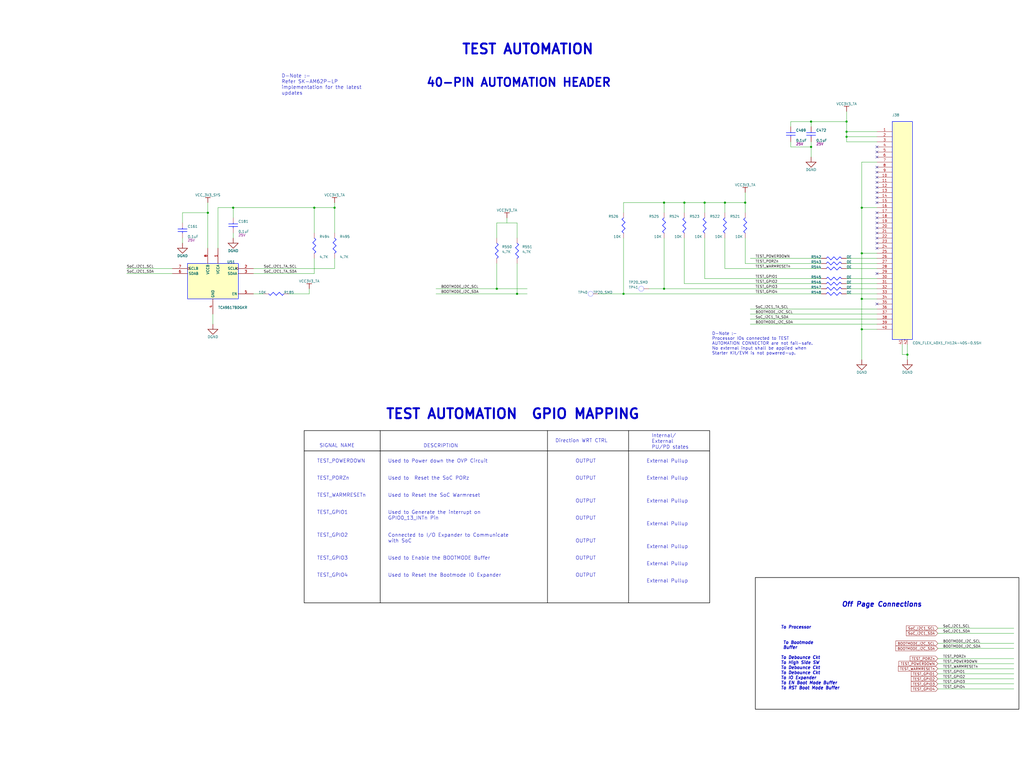
<source format=kicad_sch>
(kicad_sch (version 20231120) (generator "eeschema") (generator_version "8.0")
  (paper "User" 513.08 386.08)
  (junction (at 353.06 101.6))
  (junction (at 116.84 104.14))
  (junction (at 431.8 149.86))
  (junction (at 104.14 106.68))
  (junction (at 312.42 147.32))
  (junction (at 332.74 101.6))
  (junction (at 248.92 144.78))
  (junction (at 431.8 165.1))
  (junction (at 431.8 104.14))
  (junction (at 406.4 60.96))
  (junction (at 406.4 73.66))
  (junction (at 332.74 144.78))
  (junction (at 424.18 60.96))
  (junction (at 454.66 177.8))
  (junction (at 424.18 66.04))
  (junction (at 424.18 68.58))
  (junction (at 167.64 104.14))
  (junction (at 431.8 127))
  (junction (at 373.38 101.6))
  (junction (at 157.48 104.14))
  (junction (at 363.22 101.6))
  (junction (at 342.9 101.6))
  (junction (at 259.08 147.32))
  (no_connect (at 439.42 116.84))
  (no_connect (at 439.42 96.52))
  (no_connect (at 439.42 137.16))
  (no_connect (at 439.42 78.74))
  (no_connect (at 439.42 83.82))
  (no_connect (at 439.42 111.76))
  (no_connect (at 439.42 91.44))
  (no_connect (at 439.42 73.66))
  (no_connect (at 439.42 121.92))
  (no_connect (at 439.42 88.9))
  (no_connect (at 439.42 109.22))
  (no_connect (at 439.42 76.2))
  (no_connect (at 439.42 93.98))
  (no_connect (at 439.42 101.6))
  (no_connect (at 439.42 86.36))
  (no_connect (at 439.42 114.3))
  (no_connect (at 439.42 152.4))
  (no_connect (at 439.42 106.68))
  (no_connect (at 439.42 124.46))
  (no_connect (at 439.42 119.38))
  (no_connect (at 439.42 99.06))
  (wire (pts (xy 106.68 162.56) (xy 106.68 157.48)))
  (wire (pts (xy 411.48 129.54) (xy 375.92 129.54)))
  (wire (pts (xy 508 342.9) (xy 469.9 342.9)))
  (wire (pts (xy 508 322.58) (xy 469.9 322.58)))
  (wire (pts (xy 248.92 144.78) (xy 264.16 144.78)))
  (wire (pts (xy 431.8 165.1) (xy 431.8 149.86)))
  (wire (pts (xy 154.94 144.78) (xy 154.94 147.32)))
  (wire (pts (xy 508 314.96) (xy 469.9 314.96)))
  (wire (pts (xy 157.48 137.16) (xy 127 137.16)))
  (wire (pts (xy 248.92 144.78) (xy 248.92 132.08)))
  (wire (pts (xy 439.42 162.56) (xy 375.92 162.56)))
  (wire (pts (xy 508 340.36) (xy 469.9 340.36)))
  (wire (pts (xy 109.22 124.46) (xy 109.22 104.14)))
  (wire (pts (xy 508 330.2) (xy 469.9 330.2)))
  (wire (pts (xy 439.42 154.94) (xy 375.92 154.94)))
  (wire (pts (xy 332.74 144.78) (xy 332.74 119.38)))
  (wire (pts (xy 452.12 177.8) (xy 452.12 172.72)))
  (wire (pts (xy 116.84 104.14) (xy 157.48 104.14)))
  (wire (pts (xy 439.42 142.24) (xy 424.18 142.24)))
  (wire (pts (xy 424.18 71.12) (xy 424.18 68.58)))
  (wire (pts (xy 411.48 134.62) (xy 363.22 134.62)))
  (wire (pts (xy 508 345.44) (xy 469.9 345.44)))
  (wire (pts (xy 259.08 147.32) (xy 259.08 132.08)))
  (wire (pts (xy 332.74 144.78) (xy 411.48 144.78)))
  (wire (pts (xy 104.14 106.68) (xy 91.44 106.68)))
  (wire (pts (xy 363.22 134.62) (xy 363.22 119.38)))
  (wire (pts (xy 396.24 63.5) (xy 396.24 60.96)))
  (wire (pts (xy 439.42 134.62) (xy 424.18 134.62)))
  (polyline (pts (xy 190.5 215.9) (xy 190.5 302.26)) (stroke (width 0.254) (type solid) (color 0 0 0 1)))
  (wire (pts (xy 312.42 147.32) (xy 312.42 119.38)))
  (wire (pts (xy 431.8 81.28) (xy 431.8 104.14)))
  (wire (pts (xy 342.9 101.6) (xy 353.06 101.6)))
  (polyline (pts (xy 152.4 226.06) (xy 355.6 226.06)) (stroke (width 0.254) (type solid) (color 0 0 0 1)))
  (wire (pts (xy 353.06 101.6) (xy 363.22 101.6)))
  (wire (pts (xy 508 325.12) (xy 469.9 325.12)))
  (wire (pts (xy 439.42 165.1) (xy 431.8 165.1)))
  (wire (pts (xy 157.48 104.14) (xy 167.64 104.14)))
  (wire (pts (xy 406.4 73.66) (xy 406.4 71.12)))
  (wire (pts (xy 116.84 109.22) (xy 116.84 104.14)))
  (wire (pts (xy 439.42 132.08) (xy 424.18 132.08)))
  (wire (pts (xy 439.42 81.28) (xy 431.8 81.28)))
  (wire (pts (xy 431.8 149.86) (xy 431.8 127)))
  (wire (pts (xy 406.4 63.5) (xy 406.4 60.96)))
  (wire (pts (xy 167.64 116.84) (xy 167.64 104.14)))
  (wire (pts (xy 431.8 104.14) (xy 431.8 127)))
  (wire (pts (xy 406.4 78.74) (xy 406.4 73.66)))
  (wire (pts (xy 325.12 144.78) (xy 332.74 144.78)))
  (wire (pts (xy 363.22 101.6) (xy 373.38 101.6)))
  (wire (pts (xy 312.42 101.6) (xy 332.74 101.6)))
  (wire (pts (xy 373.38 106.68) (xy 373.38 101.6)))
  (wire (pts (xy 342.9 142.24) (xy 342.9 119.38)))
  (wire (pts (xy 373.38 132.08) (xy 373.38 119.38)))
  (wire (pts (xy 154.94 147.32) (xy 144.78 147.32)))
  (wire (pts (xy 508 337.82) (xy 469.9 337.82)))
  (wire (pts (xy 396.24 73.66) (xy 396.24 71.12)))
  (polyline (pts (xy 314.96 215.9) (xy 314.96 302.26)) (stroke (width 0.254) (type solid) (color 0 0 0 1)))
  (wire (pts (xy 454.66 180.34) (xy 454.66 177.8)))
  (wire (pts (xy 411.48 132.08) (xy 373.38 132.08)))
  (wire (pts (xy 86.36 134.62) (xy 63.5 134.62)))
  (wire (pts (xy 406.4 73.66) (xy 396.24 73.66)))
  (wire (pts (xy 254 111.76) (xy 254 109.22)))
  (wire (pts (xy 132.08 147.32) (xy 127 147.32)))
  (wire (pts (xy 439.42 129.54) (xy 424.18 129.54)))
  (wire (pts (xy 353.06 106.68) (xy 353.06 101.6)))
  (wire (pts (xy 431.8 127) (xy 439.42 127)))
  (wire (pts (xy 104.14 106.68) (xy 104.14 101.6)))
  (wire (pts (xy 508 317.5) (xy 469.9 317.5)))
  (wire (pts (xy 86.36 137.16) (xy 63.5 137.16)))
  (wire (pts (xy 332.74 101.6) (xy 342.9 101.6)))
  (wire (pts (xy 439.42 149.86) (xy 431.8 149.86)))
  (wire (pts (xy 157.48 129.54) (xy 157.48 137.16)))
  (wire (pts (xy 424.18 68.58) (xy 424.18 66.04)))
  (wire (pts (xy 167.64 104.14) (xy 167.64 101.6)))
  (wire (pts (xy 91.44 121.92) (xy 91.44 119.38)))
  (wire (pts (xy 439.42 157.48) (xy 375.92 157.48)))
  (wire (pts (xy 248.92 111.76) (xy 259.08 111.76)))
  (wire (pts (xy 424.18 60.96) (xy 424.18 55.88)))
  (wire (pts (xy 342.9 106.68) (xy 342.9 101.6)))
  (wire (pts (xy 439.42 66.04) (xy 424.18 66.04)))
  (wire (pts (xy 439.42 144.78) (xy 424.18 144.78)))
  (wire (pts (xy 411.48 139.7) (xy 353.06 139.7)))
  (wire (pts (xy 104.14 124.46) (xy 104.14 106.68)))
  (wire (pts (xy 218.44 144.78) (xy 248.92 144.78)))
  (wire (pts (xy 454.66 177.8) (xy 452.12 177.8)))
  (wire (pts (xy 353.06 139.7) (xy 353.06 119.38)))
  (wire (pts (xy 248.92 119.38) (xy 248.92 111.76)))
  (wire (pts (xy 454.66 177.8) (xy 454.66 172.72)))
  (wire (pts (xy 259.08 111.76) (xy 259.08 119.38)))
  (wire (pts (xy 109.22 104.14) (xy 116.84 104.14)))
  (wire (pts (xy 508 332.74) (xy 469.9 332.74)))
  (wire (pts (xy 431.8 180.34) (xy 431.8 165.1)))
  (wire (pts (xy 363.22 106.68) (xy 363.22 101.6)))
  (wire (pts (xy 259.08 147.32) (xy 264.16 147.32)))
  (wire (pts (xy 157.48 116.84) (xy 157.48 104.14)))
  (wire (pts (xy 312.42 147.32) (xy 411.48 147.32)))
  (wire (pts (xy 396.24 60.96) (xy 406.4 60.96)))
  (wire (pts (xy 439.42 139.7) (xy 424.18 139.7)))
  (wire (pts (xy 424.18 66.04) (xy 424.18 60.96)))
  (wire (pts (xy 91.44 106.68) (xy 91.44 111.76)))
  (polyline (pts (xy 274.32 215.9) (xy 274.32 302.26)) (stroke (width 0.254) (type solid) (color 0 0 0 1)))
  (wire (pts (xy 299.72 147.32) (xy 312.42 147.32)))
  (wire (pts (xy 439.42 68.58) (xy 424.18 68.58)))
  (wire (pts (xy 332.74 106.68) (xy 332.74 101.6)))
  (wire (pts (xy 312.42 106.68) (xy 312.42 101.6)))
  (wire (pts (xy 439.42 160.02) (xy 375.92 160.02)))
  (wire (pts (xy 439.42 71.12) (xy 424.18 71.12)))
  (wire (pts (xy 127 134.62) (xy 167.64 134.62)))
  (wire (pts (xy 439.42 147.32) (xy 424.18 147.32)))
  (wire (pts (xy 406.4 60.96) (xy 424.18 60.96)))
  (wire (pts (xy 439.42 104.14) (xy 431.8 104.14)))
  (wire (pts (xy 411.48 142.24) (xy 342.9 142.24)))
  (wire (pts (xy 167.64 134.62) (xy 167.64 129.54)))
  (wire (pts (xy 218.44 147.32) (xy 259.08 147.32)))
  (wire (pts (xy 116.84 119.38) (xy 116.84 116.84)))
  (wire (pts (xy 508 335.28) (xy 469.9 335.28)))
  (wire (pts (xy 373.38 101.6) (xy 373.38 96.52)))
  (rectangle (start 355.6 215.9) (end 152.4 302.26) (stroke (width 0.254) (color 0 0 0 1)))
  (rectangle (start 510.54 289.56) (end 378.46 355.6) (stroke (width 0.254) (color 0 0 0 1)))
  (text_box "OUTPUT\n\n\nOUTPUT\n\n\n\nOUTPUT\n\n\nOUTPUT\n\n\n\nOUTPUT\n\n\nOUTPUT\n\n\nOUTPUT\n\n" (at 300.228 306.832 0) (size -13.208 -78.232) (stroke (width -0.0001) (color 0 0 0 1)) (effects (font (size 1.778 1.778)) (justify left top)))
  (text_box "Internal/\nExternal\nPU/PD states" (at 350.52 226.568 0) (size -25.4 -10.668) (stroke (width -0.0001) (color 0 0 0 1)) (effects (font (size 1.778 1.778)) (justify left top)))
  (text_box "TEST_POWERDOWN\n\n\nTEST_PORZn\n\n\nTEST_WARMRESETn\n\n\nTEST_GPIO1\n\n\n\nTEST_GPIO2\n\n\n\nTEST_GPIO3\n\n\nTEST_GPIO4" (at 188.976 303.276 0) (size -31.496 -74.676) (stroke (width -0.0001) (color 0 0 0 1)) (effects (font (size 1.778 1.778)) (justify left top)))
  (text_box "To Bootmode\nBuffer" (at 411.48 326.136 0) (size -20.32 -6.096) (stroke (width -0.0001) (color 0 0 0 1)) (effects (font (size 1.524 1.524) (bold yes) (italic yes)) (justify left top)))
  (text_box "Used to Power down the OVP Circuit\n\n\nUsed to  Reset the SoC PORz\n\n\nUsed to Reset the SoC Warmreset\n\n \nUsed to Generate the interrupt on \nGPIO0_13_INTn Pin\n\n\nConnected to I/O Expander to Communicate \nwith SoC\n\n\nUsed to Enable the BOOTMODE Buffer\n\n\nUsed to Reset the Bootmode IO Expander\n\n\n\n\n\n\n\n" (at 277.368 328.168 0) (size -84.328 -99.568) (stroke (width -0.0001) (color 0 0 0 1)) (effects (font (size 1.778 1.778)) (justify left top)))
  (text_box "D-Note :-\nRefer SK-AM62P-LP\nimplementation for the latest\nupdates" (at 199.644 49.784 0) (size -59.944 -14.224) (stroke (width -0.0001) (color 0 0 0 1)) (effects (font (size 1.778 1.778)) (justify left top)))
  (text_box "External Pullup\n\n\nExternal Pullup\n\n\n\nExternal Pullup\n\n\n\nExternal Pullup\n\n\n\nExternal Pullup\n\n\nExternal Pullup\n\n\nExternal Pullup\n\n" (at 354.076 310.388 0) (size -31.496 -81.788) (stroke (width -0.0001) (color 0 0 0 1)) (effects (font (size 1.778 1.778)) (justify left top)))
  (text_box "D-Note :-\nProcessor IOs connected to TEST\nAUTOMATION CONNECTOR are not fail-safe.\nNo external input shall be applied when\nStarter Kit/EVM is not powered-up." (at 425.704 180.34 0) (size -70.104 -15.24) (stroke (width -0.0001) (color 0 0 0 1)) (effects (font (size 1.524 1.524)) (justify left top)))
  (text_box "Direction WRT CTRL\n\n" (at 314.452 225.552 0) (size -37.592 -7.112) (stroke (width -0.0001) (color 0 0 0 1)) (effects (font (size 1.778 1.778)) (justify left top)))
  (text_box "DESCRIPTION\n\n" (at 234.188 228.092 0) (size -23.368 -7.112) (stroke (width -0.0001) (color 0 0 0 1)) (effects (font (size 1.778 1.778)) (justify left top)))
  (text "Off Page Connections" (at 421.64 304.546 0) (effects (font (size 2.413 2.413) (bold yes) (italic yes)) (justify left bottom)))
  (text "40-PIN AUTOMATION HEADER" (at 213.36 43.942 0) (effects (font (size 4.191 4.191) (bold yes)) (justify left bottom)))
  (text "To RST Boot Mode Buffer" (at 391.16 345.948 0) (effects (font (size 1.524 1.524) (bold yes) (italic yes)) (justify left bottom)))
  (text "To Processor" (at 391.16 315.468 0) (effects (font (size 1.524 1.524) (bold yes) (italic yes)) (justify left bottom)))
  (text "To Debounce Ckt" (at 391.16 330.708 0) (effects (font (size 1.524 1.524) (bold yes) (italic yes)) (justify left bottom)))
  (text "TEST AUTOMATION" (at 231.14 27.686 0) (effects (font (size 4.953 4.953) (bold yes)) (justify left bottom)))
  (text "To IO Expander" (at 391.16 340.868 0) (effects (font (size 1.524 1.524) (bold yes) (italic yes)) (justify left bottom)))
  (text "To EN Boot Mode Buffer" (at 391.16 343.408 0) (effects (font (size 1.524 1.524) (bold yes) (italic yes)) (justify left bottom)))
  (text "TEST AUTOMATION  GPIO MAPPING" (at 193.04 210.566 0) (effects (font (size 4.953 4.953) (bold yes)) (justify left bottom)))
  (text "To High Side SW" (at 391.16 333.248 0) (effects (font (size 1.524 1.524) (bold yes) (italic yes)) (justify left bottom)))
  (text "To Debounce Ckt" (at 391.16 338.328 0) (effects (font (size 1.524 1.524) (bold yes) (italic yes)) (justify left bottom)))
  (text "To Debounce Ckt" (at 391.16 335.788 0) (effects (font (size 1.524 1.524) (bold yes) (italic yes)) (justify left bottom)))
  (text "SIGNAL NAME" (at 160.02 224.536 0) (effects (font (size 1.778 1.778)) (justify left bottom)))
  (label "TEST_GPIO3" (at 472.44 342.9 0))
  (label "TEST_POWERDOWN" (at 378.46 129.54 0))
  (label "TEST_GPIO2" (at 378.46 142.24 0))
  (label "SoC_I2C1_TA_SCL" (at 132.08 134.62 0))
  (label "SoC_I2C1_SCL" (at 472.44 314.96 0))
  (label "TEST_WARMRESETn" (at 378.46 134.62 0))
  (label "SoC_I2C1_TA_SDA" (at 378.46 160.02 0))
  (label "TEST_GPIO4" (at 378.46 147.32 0))
  (label "SoC_I2C1_TA_SCL" (at 378.46 154.94 0))
  (label "TEST_GPIO3" (at 378.46 144.78 0))
  (label "TEST_GPIO2" (at 472.44 340.36 0))
  (label "TEST_PORZn" (at 472.44 330.2 0))
  (label "SoC_I2C1_TA_SDA" (at 132.08 137.16 0))
  (label "BOOTMODE_I2C_SCL" (at 378.46 157.48 0))
  (label "SoC_I2C1_SDA" (at 63.5 137.16 0))
  (label "TEST_GPIO1" (at 378.46 139.7 0))
  (label "TEST_PORZn" (at 378.46 132.08 0))
  (label "TEST_GPIO4" (at 472.44 345.44 0))
  (label "TEST_GPIO1" (at 472.44 337.82 0))
  (label "SoC_I2C1_SCL" (at 63.5 134.62 0))
  (label "BOOTMODE_I2C_SCL" (at 220.98 144.78 0))
  (label "TEST_POWERDOWN" (at 472.44 332.74 0))
  (label "BOOTMODE_I2C_SDA" (at 378.46 162.56 0))
  (label "BOOTMODE_I2C_SCL" (at 472.44 322.58 0))
  (label "BOOTMODE_I2C_SDA" (at 472.44 325.12 0))
  (label "SoC_I2C1_SDA" (at 472.44 317.5 0))
  (label "TEST_WARMRESETn" (at 472.44 335.28 0))
  (label "BOOTMODE_I2C_SDA" (at 220.98 147.32 0))
  (global_label "TEST_GPIO1" (shape input) (at 469.9 337.82 180) (property "Intersheetrefs" "${INTERSHEET_REFS}" (effects (hide yes))))
  (global_label "TEST_GPIO2" (shape input) (at 469.9 340.36 180) (property "Intersheetrefs" "${INTERSHEET_REFS}" (effects (hide yes))))
  (global_label "TEST_POWERDOWN" (shape input) (at 469.9 332.74 180) (property "Intersheetrefs" "${INTERSHEET_REFS}" (effects (hide yes))))
  (global_label "SoC_I2C1_SDA" (shape input) (at 469.9 317.5 180) (property "Intersheetrefs" "${INTERSHEET_REFS}" (effects (hide yes))))
  (global_label "TEST_GPIO4" (shape input) (at 469.9 345.44 180) (property "Intersheetrefs" "${INTERSHEET_REFS}" (effects (hide yes))))
  (global_label "BOOTMODE_I2C_SCL" (shape input) (at 469.9 322.58 180) (property "Intersheetrefs" "${INTERSHEET_REFS}" (effects (hide yes))))
  (global_label "TEST_GPIO3" (shape input) (at 469.9 342.9 180) (property "Intersheetrefs" "${INTERSHEET_REFS}" (effects (hide yes))))
  (global_label "SoC_I2C1_SCL" (shape input) (at 469.9 314.96 180) (property "Intersheetrefs" "${INTERSHEET_REFS}" (effects (hide yes))))
  (global_label "TEST_PORZn" (shape input) (at 469.9 330.2 180) (property "Intersheetrefs" "${INTERSHEET_REFS}" (effects (hide yes))))
  (global_label "TEST_WARMRESETn" (shape input) (at 469.9 335.28 180) (property "Intersheetrefs" "${INTERSHEET_REFS}" (effects (hide yes))))
  (global_label "BOOTMODE_I2C_SDA" (shape input) (at 469.9 325.12 180) (property "Intersheetrefs" "${INTERSHEET_REFS}" (effects (hide yes))))
  (symbol (lib_id "19-altium-import:root_0_RESISTOR_Dup6") (at 246.38 121.92 0) (unit 1)
    (property "Reference" "R550" (at 251.46 124.46 0) (effects (justify left bottom)))
    (property "Value" "4.7K" (at 251.46 127 0) (effects (justify left bottom)))
    (property "Footprint" "RES0402_0-5" (effects (hide yes)))
    (property "Description" "RES 4.7K 1/16W 5% 0402" (effects (hide yes)))
    (property "MISTRAL PART NO" "110011060001-R" (effects (hide yes)))
    (property "PROJECT" "TMDXCSK368" (effects (hide yes)))
    (property "MFR_NAME" "YAGEO AMERICA" (effects (hide yes)))
    (property "MFR_PART_NUMBER" "RC0402JR-074K7L" (effects (hide yes)))
    (property "PART_TYPE" "RESISTOR~{S}FIXED" (effects (hide yes)))
    (property "TOLERANCE" "5%" (effects (hide yes)))
    (property "VOLTAGE" "NA" (effects (hide yes)))
    (property "WATTAGE" "1/16W" (effects (hide yes)))
    (property "PACKAGE" "0402" (effects (hide yes)))
    (property "DISTRIBUTOR_NAME" "DIGIKEY" (effects (hide yes)))
    (property "DISTRIBUTOR_PART_NUMBER" "311-4.7KJRCT-ND" (effects (hide yes)))
    (property "HEIGHT" "0.40MM" (effects (hide yes)))
    (property "WEIGHT" "0.65mg" (effects (hide yes)))
    (property "TEMPERATURE" "-55癈+155癈" (effects (hide yes)))
    (property "DATASHEET" "Y~{:}MIS_DATABAS~{E}DATASHEET~{S}RESISTOR~{S}RCXXXXL-SER_MAR18.PDF" (effects (hide yes)))
    (property "CRTD /DATE" "VASANTHA/130516" (effects (hide yes)))
    (property "CHKD/DATE" "VASANTHA/130516" (effects (hide yes)))
    (property "CUSTOMS_HS_CODE" "85332119" (effects (hide yes)))
    (property "CUSTOM_DUTY" "15%" (effects (hide yes)))
    (property "LIBRARY REF" "RESISTOR" (effects (hide yes)))
    (property "FOOTPRINT REF" "RES0402_0-5" (effects (hide yes)))
    (property "MECHANICAL 3D STEP FILE" "RES0402_0-5" (effects (hide yes)))
    (property "LIBRARY PATH" "Y~{:}MIS_DATABAS~{E}Librar~{y}ALTIUM_TOO~{L}SCHEMATICS_PART~{S}MS_DISCRETE_Library.schlib" (effects (hide yes)))
    (property "FOOTPRINT PATH" "Y~{:}MIS_DATABAS~{E}Librar~{y}ALTIUM_TOO~{L}PCB_FOOTPRINT~{S}Altium_Footprint_Lib.PcbLib" (effects (hide yes)))
    (property "PCB FOOTPRINT" "RES0402_0-5" (effects (hide yes)))
  )
  (symbol (lib_id "19-altium-import:root_0_CAP_Dup3") (at 393.7 66.04 0) (unit 1)
    (property "Reference" "C469" (at 398.78 66.04 0) (effects (justify left bottom)))
    (property "Value" "0.1uF" (at 398.78 71.12 0) (effects (justify left bottom)))
    (property "Footprint" "CAP0402_0-75" (effects (hide yes)))
    (property "Description" "CAP CERAMIC 0.1uF 25V 20% X5R 0402" (effects (hide yes)))
    (property "PCB FOOTPRINT" "CAP0402_0-75" (effects (hide yes)))
    (property "ALT_MFR_PART_NUMBER" "CC0402KRX5R8BB104" (effects (hide yes)))
    (property "MISTRAL PART NO" "120020080003-R" (effects (hide yes)))
    (property "PROJECT" "AM64x_EVM_BRD" (effects (hide yes)))
    (property "MFR_NAME" "WURTH ELECTRONICS" (effects (hide yes)))
    (property "MFR_PART_NUMBER" "885012105018" (effects (hide yes)))
    (property "PART_TYPE" "CAPACITOR~{S}CERAMIC" (effects (hide yes)))
    (property "TOLERANCE" "20%" (effects (hide yes)))
    (property "VOLTAGE" "25V" (at 398.78 72.898 0) (effects (justify left bottom)))
    (property "WATTAGE" "NA" (effects (hide yes)))
    (property "PACKAGE" "0402" (effects (hide yes)))
    (property "DISTRIBUTOR_NAME" "DIGIKEY" (effects (hide yes)))
    (property "DISTRIBUTOR_PART_NUMBER" "732-7495-1-ND" (effects (hide yes)))
    (property "HEIGHT" "0.55MM" (effects (hide yes)))
    (property "WEIGHT" "0.65mg" (effects (hide yes)))
    (property "TEMPERATURE" "-55癈+85癈" (effects (hide yes)))
    (property "DATASHEET" "Y~{:}MIS_DATABAS~{E}DATASHEET~{S}CAPACITOR~{S}885012105018.PDF" (effects (hide yes)))
    (property "CRTD /DATE" "ALVY/170820" (effects (hide yes)))
    (property "CHKD/DATE" "MANIRAJA/170820" (effects (hide yes)))
    (property "CUSTOMS_HS_CODE" "85322990" (effects (hide yes)))
    (property "CUSTOM_DUTY" "15%" (effects (hide yes)))
    (property "MECHANICAL 3D STEP FILE" "CAP0402_0-75" (effects (hide yes)))
    (property "LIBRARY REF" "CAP" (effects (hide yes)))
    (property "FOOTPRINT REF" "CAP0402_0-75" (effects (hide yes)))
    (property "LIBRARY PATH" "Y~{:}MIS_DATABAS~{E}Librar~{y}ALTIUM_TOO~{L}SCHEMATICS_PART~{S}MS_DISCRETE_Library.schlib" (effects (hide yes)))
    (property "FOOTPRINT PATH" "Y~{:}MIS_DATABAS~{E}Librar~{y}ALTIUM_TOO~{L}PCB_FOOTPRINT~{S}Altium_Footprint_Lib.PcbLib" (effects (hide yes)))
    (property "ALT_MFR_NAME" "YAGEO AMERICA" (effects (hide yes)))
  )
  (symbol (lib_id "19-altium-import:root_1_RESISTOR_Dup5") (at 414.02 142.24 0) (unit 1)
    (property "Reference" "R545" (at 406.4 139.7 0) (effects (justify left bottom)))
    (property "Value" "0E" (at 424.18 139.7 0) (effects (justify left bottom)))
    (property "Footprint" "RES0402_0-5" (effects (hide yes)))
    (property "Description" "RES 0E 1/16W JUMPER 0402" (effects (hide yes)))
    (property "PCB FOOTPRINT" "RES0402_0-5" (effects (hide yes)))
    (property "FOOTPRINT PATH" "Y~{:}MIS_DATABAS~{E}Librar~{y}ALTIUM_TOO~{L}PCB_FOOTPRINT~{S}Altium_Footprint_Lib.PcbLib" (effects (hide yes)))
    (property "LIBRARY PATH" "Y~{:}MIS_DATABAS~{E}Librar~{y}ALTIUM_TOO~{L}SCHEMATICS_PART~{S}MS_DISCRETE_Library.schlib" (effects (hide yes)))
    (property "FOOTPRINT REF" "RES0402_0-5" (effects (hide yes)))
    (property "LIBRARY REF" "RESISTOR" (effects (hide yes)))
    (property "CUSTOM_DUTY" "15%" (effects (hide yes)))
    (property "CUSTOMS_HS_CODE" "85332119" (effects (hide yes)))
    (property "CHKD/DATE" "VASANTHA/201216" (effects (hide yes)))
    (property "CRTD /DATE" "MUDDU/190810" (effects (hide yes)))
    (property "DATASHEET" "Y~{:}MIS_DATABAS~{E}DATASHEET~{S}RESISTOR~{S}CRCW0603.PDF" (effects (hide yes)))
    (property "TEMPERATURE" "-55癈+155癈" (effects (hide yes)))
    (property "WEIGHT" "0.65mg" (effects (hide yes)))
    (property "HEIGHT" "0.40MM" (effects (hide yes)))
    (property "DISTRIBUTOR_PART_NUMBER" "541-0.0JCT-ND" (effects (hide yes)))
    (property "DISTRIBUTOR_NAME" "DIGIKEY" (effects (hide yes)))
    (property "PACKAGE" "0402" (effects (hide yes)))
    (property "WATTAGE" "1/16W" (effects (hide yes)))
    (property "VOLTAGE" "NA" (effects (hide yes)))
    (property "TOLERANCE" "NA" (effects (hide yes)))
    (property "PART_TYPE" "RESISTOR~{S}FIXED" (effects (hide yes)))
    (property "MFR_PART_NUMBER" "CRCW04020000Z0ED" (effects (hide yes)))
    (property "MFR_NAME" "VISHAY" (effects (hide yes)))
    (property "PROJECT" "PB_BUGBASE" (effects (hide yes)))
    (property "MISTRAL PART NO" "110010080019-R" (effects (hide yes)))
    (property "MECHANICAL 3D STEP FILE" "RES0402_0-5" (effects (hide yes)))
  )
  (symbol (lib_id "19-altium-import:root_0_RESISTOR_Dup6") (at 154.94 119.38 0) (unit 1)
    (property "Reference" "R494" (at 160.02 119.38 0) (effects (justify left bottom)))
    (property "Value" "4.7K" (at 160.02 129.54 0) (effects (justify left bottom)))
    (property "Footprint" "RES0402_0-5" (effects (hide yes)))
    (property "Description" "RES 4.7K 1/16W 5% 0402" (effects (hide yes)))
    (property "MISTRAL PART NO" "110011060001-R" (effects (hide yes)))
    (property "PROJECT" "TMDXCSK368" (effects (hide yes)))
    (property "MFR_NAME" "YAGEO AMERICA" (effects (hide yes)))
    (property "MFR_PART_NUMBER" "RC0402JR-074K7L" (effects (hide yes)))
    (property "PART_TYPE" "RESISTOR~{S}FIXED" (effects (hide yes)))
    (property "TOLERANCE" "5%" (effects (hide yes)))
    (property "VOLTAGE" "NA" (effects (hide yes)))
    (property "WATTAGE" "1/16W" (effects (hide yes)))
    (property "PACKAGE" "0402" (effects (hide yes)))
    (property "DISTRIBUTOR_NAME" "DIGIKEY" (effects (hide yes)))
    (property "DISTRIBUTOR_PART_NUMBER" "311-4.7KJRCT-ND" (effects (hide yes)))
    (property "HEIGHT" "0.40MM" (effects (hide yes)))
    (property "WEIGHT" "0.65mg" (effects (hide yes)))
    (property "TEMPERATURE" "-55癈+155癈" (effects (hide yes)))
    (property "DATASHEET" "Y~{:}MIS_DATABAS~{E}DATASHEET~{S}RESISTOR~{S}RCXXXXL-SER_MAR18.PDF" (effects (hide yes)))
    (property "CRTD /DATE" "VASANTHA/130516" (effects (hide yes)))
    (property "CHKD/DATE" "VASANTHA/130516" (effects (hide yes)))
    (property "CUSTOMS_HS_CODE" "85332119" (effects (hide yes)))
    (property "CUSTOM_DUTY" "15%" (effects (hide yes)))
    (property "LIBRARY REF" "RESISTOR" (effects (hide yes)))
    (property "FOOTPRINT REF" "RES0402_0-5" (effects (hide yes)))
    (property "MECHANICAL 3D STEP FILE" "RES0402_0-5" (effects (hide yes)))
    (property "LIBRARY PATH" "Y~{:}MIS_DATABAS~{E}Librar~{y}ALTIUM_TOO~{L}SCHEMATICS_PART~{S}MS_DISCRETE_Library.schlib" (effects (hide yes)))
    (property "FOOTPRINT PATH" "Y~{:}MIS_DATABAS~{E}Librar~{y}ALTIUM_TOO~{L}PCB_FOOTPRINT~{S}Altium_Footprint_Lib.PcbLib" (effects (hide yes)))
    (property "PCB FOOTPRINT" "RES0402_0-5" (effects (hide yes)))
  )
  (symbol (lib_id "19-altium-import:root_1_RESISTOR_Dup5") (at 414.02 147.32 0) (unit 1)
    (property "Reference" "R547" (at 406.4 144.78 0) (effects (justify left bottom)))
    (property "Value" "0E" (at 424.18 144.78 0) (effects (justify left bottom)))
    (property "Footprint" "RES0402_0-5" (effects (hide yes)))
    (property "Description" "RES 0E 1/16W JUMPER 0402" (effects (hide yes)))
    (property "PCB FOOTPRINT" "RES0402_0-5" (effects (hide yes)))
    (property "FOOTPRINT PATH" "Y~{:}MIS_DATABAS~{E}Librar~{y}ALTIUM_TOO~{L}PCB_FOOTPRINT~{S}Altium_Footprint_Lib.PcbLib" (effects (hide yes)))
    (property "LIBRARY PATH" "Y~{:}MIS_DATABAS~{E}Librar~{y}ALTIUM_TOO~{L}SCHEMATICS_PART~{S}MS_DISCRETE_Library.schlib" (effects (hide yes)))
    (property "FOOTPRINT REF" "RES0402_0-5" (effects (hide yes)))
    (property "LIBRARY REF" "RESISTOR" (effects (hide yes)))
    (property "MISTRAL PART NO" "110010080019-R" (effects (hide yes)))
    (property "PROJECT" "PB_BUGBASE" (effects (hide yes)))
    (property "MFR_NAME" "VISHAY" (effects (hide yes)))
    (property "MFR_PART_NUMBER" "CRCW04020000Z0ED" (effects (hide yes)))
    (property "PART_TYPE" "RESISTOR~{S}FIXED" (effects (hide yes)))
    (property "TOLERANCE" "NA" (effects (hide yes)))
    (property "VOLTAGE" "NA" (effects (hide yes)))
    (property "WATTAGE" "1/16W" (effects (hide yes)))
    (property "PACKAGE" "0402" (effects (hide yes)))
    (property "DISTRIBUTOR_NAME" "DIGIKEY" (effects (hide yes)))
    (property "DISTRIBUTOR_PART_NUMBER" "541-0.0JCT-ND" (effects (hide yes)))
    (property "HEIGHT" "0.40MM" (effects (hide yes)))
    (property "WEIGHT" "0.65mg" (effects (hide yes)))
    (property "TEMPERATURE" "-55癈+155癈" (effects (hide yes)))
    (property "DATASHEET" "Y~{:}MIS_DATABAS~{E}DATASHEET~{S}RESISTOR~{S}CRCW0603.PDF" (effects (hide yes)))
    (property "CRTD /DATE" "MUDDU/190810" (effects (hide yes)))
    (property "CHKD/DATE" "VASANTHA/201216" (effects (hide yes)))
    (property "CUSTOMS_HS_CODE" "85332119" (effects (hide yes)))
    (property "CUSTOM_DUTY" "15%" (effects (hide yes)))
    (property "MECHANICAL 3D STEP FILE" "RES0402_0-5" (effects (hide yes)))
  )
  (symbol (lib_id "19-altium-import:DGND_SIGNAL_GROUND") (at 406.4 78.74 0) (unit 1)
    (property "Reference" "#PWR?" (effects (hide yes)))
    (property "Value" "DGND" (at 406.4 85.09 0))
  )
  (symbol (lib_id "19-altium-import:root_0_RESISTOR_Dup6") (at 256.54 121.92 0) (unit 1)
    (property "Reference" "R551" (at 261.62 124.46 0) (effects (justify left bottom)))
    (property "Value" "4.7K" (at 261.62 127 0) (effects (justify left bottom)))
    (property "Footprint" "RES0402_0-5" (effects (hide yes)))
    (property "Description" "RES 4.7K 1/16W 5% 0402" (effects (hide yes)))
    (property "MISTRAL PART NO" "110011060001-R" (effects (hide yes)))
    (property "PROJECT" "TMDXCSK368" (effects (hide yes)))
    (property "MFR_NAME" "YAGEO AMERICA" (effects (hide yes)))
    (property "MFR_PART_NUMBER" "RC0402JR-074K7L" (effects (hide yes)))
    (property "PART_TYPE" "RESISTOR~{S}FIXED" (effects (hide yes)))
    (property "TOLERANCE" "5%" (effects (hide yes)))
    (property "VOLTAGE" "NA" (effects (hide yes)))
    (property "WATTAGE" "1/16W" (effects (hide yes)))
    (property "PACKAGE" "0402" (effects (hide yes)))
    (property "DISTRIBUTOR_NAME" "DIGIKEY" (effects (hide yes)))
    (property "DISTRIBUTOR_PART_NUMBER" "311-4.7KJRCT-ND" (effects (hide yes)))
    (property "HEIGHT" "0.40MM" (effects (hide yes)))
    (property "WEIGHT" "0.65mg" (effects (hide yes)))
    (property "TEMPERATURE" "-55癈+155癈" (effects (hide yes)))
    (property "DATASHEET" "Y~{:}MIS_DATABAS~{E}DATASHEET~{S}RESISTOR~{S}RCXXXXL-SER_MAR18.PDF" (effects (hide yes)))
    (property "CRTD /DATE" "VASANTHA/130516" (effects (hide yes)))
    (property "CHKD/DATE" "VASANTHA/130516" (effects (hide yes)))
    (property "CUSTOMS_HS_CODE" "85332119" (effects (hide yes)))
    (property "CUSTOM_DUTY" "15%" (effects (hide yes)))
    (property "LIBRARY REF" "RESISTOR" (effects (hide yes)))
    (property "FOOTPRINT REF" "RES0402_0-5" (effects (hide yes)))
    (property "MECHANICAL 3D STEP FILE" "RES0402_0-5" (effects (hide yes)))
    (property "LIBRARY PATH" "Y~{:}MIS_DATABAS~{E}Librar~{y}ALTIUM_TOO~{L}SCHEMATICS_PART~{S}MS_DISCRETE_Library.schlib" (effects (hide yes)))
    (property "FOOTPRINT PATH" "Y~{:}MIS_DATABAS~{E}Librar~{y}ALTIUM_TOO~{L}PCB_FOOTPRINT~{S}Altium_Footprint_Lib.PcbLib" (effects (hide yes)))
    (property "PCB FOOTPRINT" "RES0402_0-5" (effects (hide yes)))
  )
  (symbol (lib_id "19-altium-import:root_1_RESISTOR_Dup5") (at 414.02 132.08 0) (unit 1)
    (property "Reference" "R542" (at 406.4 129.54 0) (effects (justify left bottom)))
    (property "Value" "0E" (at 424.18 129.54 0) (effects (justify left bottom)))
    (property "Footprint" "RES0402_0-5" (effects (hide yes)))
    (property "Description" "RES 0E 1/16W JUMPER 0402" (effects (hide yes)))
    (property "PCB FOOTPRINT" "RES0402_0-5" (effects (hide yes)))
    (property "FOOTPRINT PATH" "Y~{:}MIS_DATABAS~{E}Librar~{y}ALTIUM_TOO~{L}PCB_FOOTPRINT~{S}Altium_Footprint_Lib.PcbLib" (effects (hide yes)))
    (property "LIBRARY PATH" "Y~{:}MIS_DATABAS~{E}Librar~{y}ALTIUM_TOO~{L}SCHEMATICS_PART~{S}MS_DISCRETE_Library.schlib" (effects (hide yes)))
    (property "FOOTPRINT REF" "RES0402_0-5" (effects (hide yes)))
    (property "LIBRARY REF" "RESISTOR" (effects (hide yes)))
    (property "CUSTOM_DUTY" "15%" (effects (hide yes)))
    (property "CUSTOMS_HS_CODE" "85332119" (effects (hide yes)))
    (property "CHKD/DATE" "VASANTHA/201216" (effects (hide yes)))
    (property "CRTD /DATE" "MUDDU/190810" (effects (hide yes)))
    (property "DATASHEET" "Y~{:}MIS_DATABAS~{E}DATASHEET~{S}RESISTOR~{S}CRCW0603.PDF" (effects (hide yes)))
    (property "TEMPERATURE" "-55癈+155癈" (effects (hide yes)))
    (property "WEIGHT" "0.65mg" (effects (hide yes)))
    (property "HEIGHT" "0.40MM" (effects (hide yes)))
    (property "DISTRIBUTOR_PART_NUMBER" "541-0.0JCT-ND" (effects (hide yes)))
    (property "DISTRIBUTOR_NAME" "DIGIKEY" (effects (hide yes)))
    (property "PACKAGE" "0402" (effects (hide yes)))
    (property "WATTAGE" "1/16W" (effects (hide yes)))
    (property "VOLTAGE" "NA" (effects (hide yes)))
    (property "TOLERANCE" "NA" (effects (hide yes)))
    (property "PART_TYPE" "RESISTOR~{S}FIXED" (effects (hide yes)))
    (property "MFR_PART_NUMBER" "CRCW04020000Z0ED" (effects (hide yes)))
    (property "MFR_NAME" "VISHAY" (effects (hide yes)))
    (property "PROJECT" "PB_BUGBASE" (effects (hide yes)))
    (property "MISTRAL PART NO" "110010080019-R" (effects (hide yes)))
    (property "MECHANICAL 3D STEP FILE" "RES0402_0-5" (effects (hide yes)))
  )
  (symbol (lib_id "19-altium-import:root_2_RESISTOR_Dup6") (at 314.96 116.84 0) (unit 1)
    (property "Reference" "R526" (at 304.8 109.22 0) (effects (justify left bottom)))
    (property "Value" "10K" (at 307.34 119.38 0) (effects (justify left bottom)))
    (property "Footprint" "RES0402_0-5" (effects (hide yes)))
    (property "Description" "RES 10K 1/16W 5% 0402" (effects (hide yes)))
    (property "MECHANICAL 3D STEP FILE" "RES0402_0-5" (effects (hide yes)))
    (property "CUSTOM_DUTY" "15%" (effects (hide yes)))
    (property "CUSTOMS_HS_CODE" "85332119" (effects (hide yes)))
    (property "CHKD/DATE" "VASANTHA/061216" (effects (hide yes)))
    (property "CRTD /DATE" "MAZHAR/230805" (effects (hide yes)))
    (property "DATASHEET" "Y~{:}MIS_DATABAS~{E}DATASHEET~{S}RESISTOR~{S}RCXXXXL-SER_MAR18.PDF" (effects (hide yes)))
    (property "TEMPERATURE" "-55癈+155癈" (effects (hide yes)))
    (property "WEIGHT" "0.65mg" (effects (hide yes)))
    (property "HEIGHT" "0.40MM" (effects (hide yes)))
    (property "DISTRIBUTOR_PART_NUMBER" "311-10KJRCT-ND" (effects (hide yes)))
    (property "DISTRIBUTOR_NAME" "DIGIKEY" (effects (hide yes)))
    (property "PACKAGE" "0402" (effects (hide yes)))
    (property "WATTAGE" "1/16W" (effects (hide yes)))
    (property "VOLTAGE" "NA" (effects (hide yes)))
    (property "TOLERANCE" "5%" (effects (hide yes)))
    (property "PART_TYPE" "RESISTOR~{S}FIXED" (effects (hide yes)))
    (property "MFR_PART_NUMBER" "RC0402JR-0710KL" (effects (hide yes)))
    (property "MFR_NAME" "YAGEO AMERICA" (effects (hide yes)))
    (property "PROJECT" "HSE" (effects (hide yes)))
    (property "MISTRAL PART NO" "110011060021-R" (effects (hide yes)))
    (property "LIBRARY REF" "RESISTOR" (effects (hide yes)))
    (property "FOOTPRINT REF" "RES0402_0-5" (effects (hide yes)))
    (property "LIBRARY PATH" "Y~{:}MIS_DATABAS~{E}Librar~{y}ALTIUM_TOO~{L}SCHEMATICS_PART~{S}MS_DISCRETE_Library.schlib" (effects (hide yes)))
    (property "FOOTPRINT PATH" "Y~{:}MIS_DATABAS~{E}Librar~{y}ALTIUM_TOO~{L}PCB_FOOTPRINT~{S}Altium_Footprint_Lib.PcbLib" (effects (hide yes)))
    (property "PCB FOOTPRINT" "RES0402_0-5" (effects (hide yes)))
  )
  (symbol (lib_id "19-altium-import:VCC_3V3_SYS_BAR") (at 104.14 101.6 180) (unit 1)
    (property "Reference" "#PWR?" (effects (hide yes)))
    (property "Value" "VCC_3V3_SYS" (at 104.14 97.79 0))
  )
  (symbol (lib_id "19-altium-import:root_1_RESISTOR_Dup5") (at 414.02 144.78 0) (unit 1)
    (property "Reference" "R546" (at 406.4 142.24 0) (effects (justify left bottom)))
    (property "Value" "0E" (at 424.18 142.24 0) (effects (justify left bottom)))
    (property "Footprint" "RES0402_0-5" (effects (hide yes)))
    (property "Description" "RES 0E 1/16W JUMPER 0402" (effects (hide yes)))
    (property "PCB FOOTPRINT" "RES0402_0-5" (effects (hide yes)))
    (property "FOOTPRINT PATH" "Y~{:}MIS_DATABAS~{E}Librar~{y}ALTIUM_TOO~{L}PCB_FOOTPRINT~{S}Altium_Footprint_Lib.PcbLib" (effects (hide yes)))
    (property "LIBRARY PATH" "Y~{:}MIS_DATABAS~{E}Librar~{y}ALTIUM_TOO~{L}SCHEMATICS_PART~{S}MS_DISCRETE_Library.schlib" (effects (hide yes)))
    (property "FOOTPRINT REF" "RES0402_0-5" (effects (hide yes)))
    (property "LIBRARY REF" "RESISTOR" (effects (hide yes)))
    (property "CUSTOM_DUTY" "15%" (effects (hide yes)))
    (property "CUSTOMS_HS_CODE" "85332119" (effects (hide yes)))
    (property "CHKD/DATE" "VASANTHA/201216" (effects (hide yes)))
    (property "CRTD /DATE" "MUDDU/190810" (effects (hide yes)))
    (property "DATASHEET" "Y~{:}MIS_DATABAS~{E}DATASHEET~{S}RESISTOR~{S}CRCW0603.PDF" (effects (hide yes)))
    (property "TEMPERATURE" "-55癈+155癈" (effects (hide yes)))
    (property "WEIGHT" "0.65mg" (effects (hide yes)))
    (property "HEIGHT" "0.40MM" (effects (hide yes)))
    (property "DISTRIBUTOR_PART_NUMBER" "541-0.0JCT-ND" (effects (hide yes)))
    (property "DISTRIBUTOR_NAME" "DIGIKEY" (effects (hide yes)))
    (property "PACKAGE" "0402" (effects (hide yes)))
    (property "WATTAGE" "1/16W" (effects (hide yes)))
    (property "VOLTAGE" "NA" (effects (hide yes)))
    (property "TOLERANCE" "NA" (effects (hide yes)))
    (property "PART_TYPE" "RESISTOR~{S}FIXED" (effects (hide yes)))
    (property "MFR_PART_NUMBER" "CRCW04020000Z0ED" (effects (hide yes)))
    (property "MFR_NAME" "VISHAY" (effects (hide yes)))
    (property "PROJECT" "PB_BUGBASE" (effects (hide yes)))
    (property "MISTRAL PART NO" "110010080019-R" (effects (hide yes)))
    (property "MECHANICAL 3D STEP FILE" "RES0402_0-5" (effects (hide yes)))
  )
  (symbol (lib_id "19-altium-import:root_2_mirrored_TESTPOINT") (at 294.64 149.86 0) (unit 1)
    (property "Reference" "TP40" (at 289.56 147.32 0) (effects (justify left bottom)))
    (property "Value" "TP20_SMD" (at 297.18 147.32 0) (effects (justify left bottom)))
    (property "Footprint" "TP20_SMD" (effects (hide yes)))
    (property "Description" "TESTPOINT CIR 20 SMD" (effects (hide yes)))
    (property "CUSTOM_DUTY" "NA" (effects (hide yes)))
    (property "CUSTOMS_HS_CODE" "NA" (effects (hide yes)))
    (property "PCB FOOTPRINT" "TP20_SMD" (effects (hide yes)))
    (property "ROHS" "NA" (effects (hide yes)))
    (property "FOOTPRINT REF" "TP20_SMD" (effects (hide yes)))
    (property "LIBRARY REF" "TESTPOINT" (effects (hide yes)))
    (property "MISTRAL PART NO" "NA" (effects (hide yes)))
    (property "PROJECT" "BT MODULE_CSRBC04" (effects (hide yes)))
    (property "MFR_NAME" "LOCAL" (effects (hide yes)))
    (property "MFR_PART_NUMBER" "TP20_SMD" (effects (hide yes)))
    (property "PART_TYPE" "TESTPOINT" (effects (hide yes)))
    (property "PACKAGE" "SMD" (effects (hide yes)))
    (property "DISTRIBUTOR_NAME" "NA" (effects (hide yes)))
    (property "DISTRIBUTOR_PART_NUMBER" "NA" (effects (hide yes)))
    (property "HEIGHT" "NA" (effects (hide yes)))
    (property "CRTD /DATE" "MAZHAR/171006" (effects (hide yes)))
    (property "CHKD/DATE" "SHREESHAIL/171006" (effects (hide yes)))
    (property "TOLERANCE" "NA" (effects (hide yes)))
    (property "VOLTAGE" "NA" (effects (hide yes)))
    (property "WATTAGE" "NA" (effects (hide yes)))
    (property "WEIGHT" "NA" (effects (hide yes)))
    (property "TEMPERATURE" "NA" (effects (hide yes)))
    (property "DATASHEET" "NA" (effects (hide yes)))
    (property "MECHANICAL 3D STEP FILE" "NA" (effects (hide yes)))
    (property "LIBRARY PATH" "Y~{:}MIS_DATABAS~{E}Librar~{y}ALTIUM_TOO~{L}SCHEMATICS_PART~{S}MS_DISCRETE_Library.schlib" (effects (hide yes)))
    (property "FOOTPRINT PATH" "Y~{:}MIS_DATABAS~{E}Librar~{y}ALTIUM_TOO~{L}PCB_FOOTPRINT~{S}Altium_Footprint_Lib.PcbLib" (effects (hide yes)))
  )
  (symbol (lib_id "19-altium-import:VCC3V3_TA_BAR") (at 254 109.22 180) (unit 1)
    (property "Reference" "#PWR?" (effects (hide yes)))
    (property "Value" "VCC3V3_TA" (at 254 105.41 0))
  )
  (symbol (lib_id "19-altium-import:root_2_RESISTOR_Dup6") (at 335.28 116.84 0) (unit 1)
    (property "Reference" "R525" (at 325.12 109.22 0) (effects (justify left bottom)))
    (property "Value" "10K" (at 327.66 119.38 0) (effects (justify left bottom)))
    (property "Footprint" "RES0402_0-5" (effects (hide yes)))
    (property "Description" "RES 10K 1/16W 5% 0402" (effects (hide yes)))
    (property "FOOTPRINT PATH" "Y~{:}MIS_DATABAS~{E}Librar~{y}ALTIUM_TOO~{L}PCB_FOOTPRINT~{S}Altium_Footprint_Lib.PcbLib" (effects (hide yes)))
    (property "LIBRARY PATH" "Y~{:}MIS_DATABAS~{E}Librar~{y}ALTIUM_TOO~{L}SCHEMATICS_PART~{S}MS_DISCRETE_Library.schlib" (effects (hide yes)))
    (property "FOOTPRINT REF" "RES0402_0-5" (effects (hide yes)))
    (property "LIBRARY REF" "RESISTOR" (effects (hide yes)))
    (property "MISTRAL PART NO" "110011060021-R" (effects (hide yes)))
    (property "PROJECT" "HSE" (effects (hide yes)))
    (property "MFR_NAME" "YAGEO AMERICA" (effects (hide yes)))
    (property "MFR_PART_NUMBER" "RC0402JR-0710KL" (effects (hide yes)))
    (property "PART_TYPE" "RESISTOR~{S}FIXED" (effects (hide yes)))
    (property "TOLERANCE" "5%" (effects (hide yes)))
    (property "VOLTAGE" "NA" (effects (hide yes)))
    (property "WATTAGE" "1/16W" (effects (hide yes)))
    (property "PACKAGE" "0402" (effects (hide yes)))
    (property "DISTRIBUTOR_NAME" "DIGIKEY" (effects (hide yes)))
    (property "DISTRIBUTOR_PART_NUMBER" "311-10KJRCT-ND" (effects (hide yes)))
    (property "HEIGHT" "0.40MM" (effects (hide yes)))
    (property "WEIGHT" "0.65mg" (effects (hide yes)))
    (property "TEMPERATURE" "-55癈+155癈" (effects (hide yes)))
    (property "DATASHEET" "Y~{:}MIS_DATABAS~{E}DATASHEET~{S}RESISTOR~{S}RCXXXXL-SER_MAR18.PDF" (effects (hide yes)))
    (property "CRTD /DATE" "MAZHAR/230805" (effects (hide yes)))
    (property "CHKD/DATE" "VASANTHA/061216" (effects (hide yes)))
    (property "CUSTOMS_HS_CODE" "85332119" (effects (hide yes)))
    (property "CUSTOM_DUTY" "15%" (effects (hide yes)))
    (property "MECHANICAL 3D STEP FILE" "RES0402_0-5" (effects (hide yes)))
    (property "PCB FOOTPRINT" "RES0402_0-5" (effects (hide yes)))
  )
  (symbol (lib_id "19-altium-import:VCC3V3_TA_BAR") (at 424.18 55.88 180) (unit 1)
    (property "Reference" "#PWR?" (effects (hide yes)))
    (property "Value" "VCC3V3_TA" (at 424.18 52.07 0))
  )
  (symbol (lib_id "19-altium-import:root_0_CAP_Dup3") (at 403.86 66.04 0) (unit 1)
    (property "Reference" "C472" (at 408.94 66.04 0) (effects (justify left bottom)))
    (property "Value" "0.1uF" (at 408.94 71.12 0) (effects (justify left bottom)))
    (property "Footprint" "CAP0402_0-75" (effects (hide yes)))
    (property "Description" "CAP CERAMIC 0.1uF 25V 20% X5R 0402" (effects (hide yes)))
    (property "PCB FOOTPRINT" "CAP0402_0-75" (effects (hide yes)))
    (property "ALT_MFR_PART_NUMBER" "CC0402KRX5R8BB104" (effects (hide yes)))
    (property "MISTRAL PART NO" "120020080003-R" (effects (hide yes)))
    (property "PROJECT" "AM64x_EVM_BRD" (effects (hide yes)))
    (property "MFR_NAME" "WURTH ELECTRONICS" (effects (hide yes)))
    (property "MFR_PART_NUMBER" "885012105018" (effects (hide yes)))
    (property "PART_TYPE" "CAPACITOR~{S}CERAMIC" (effects (hide yes)))
    (property "TOLERANCE" "20%" (effects (hide yes)))
    (property "VOLTAGE" "25V" (at 408.94 72.898 0) (effects (justify left bottom)))
    (property "WATTAGE" "NA" (effects (hide yes)))
    (property "PACKAGE" "0402" (effects (hide yes)))
    (property "DISTRIBUTOR_NAME" "DIGIKEY" (effects (hide yes)))
    (property "DISTRIBUTOR_PART_NUMBER" "732-7495-1-ND" (effects (hide yes)))
    (property "HEIGHT" "0.55MM" (effects (hide yes)))
    (property "WEIGHT" "0.65mg" (effects (hide yes)))
    (property "TEMPERATURE" "-55癈+85癈" (effects (hide yes)))
    (property "DATASHEET" "Y~{:}MIS_DATABAS~{E}DATASHEET~{S}CAPACITOR~{S}885012105018.PDF" (effects (hide yes)))
    (property "CRTD /DATE" "ALVY/170820" (effects (hide yes)))
    (property "CHKD/DATE" "MANIRAJA/170820" (effects (hide yes)))
    (property "CUSTOMS_HS_CODE" "85322990" (effects (hide yes)))
    (property "CUSTOM_DUTY" "15%" (effects (hide yes)))
    (property "MECHANICAL 3D STEP FILE" "CAP0402_0-75" (effects (hide yes)))
    (property "LIBRARY REF" "CAP" (effects (hide yes)))
    (property "FOOTPRINT REF" "CAP0402_0-75" (effects (hide yes)))
    (property "LIBRARY PATH" "Y~{:}MIS_DATABAS~{E}Librar~{y}ALTIUM_TOO~{L}SCHEMATICS_PART~{S}MS_DISCRETE_Library.schlib" (effects (hide yes)))
    (property "FOOTPRINT PATH" "Y~{:}MIS_DATABAS~{E}Librar~{y}ALTIUM_TOO~{L}PCB_FOOTPRINT~{S}Altium_Footprint_Lib.PcbLib" (effects (hide yes)))
    (property "ALT_MFR_NAME" "YAGEO AMERICA" (effects (hide yes)))
  )
  (symbol (lib_id "19-altium-import:root_1_RESISTOR_Dup5") (at 414.02 149.86 0) (unit 1)
    (property "Reference" "R548" (at 406.4 147.32 0) (effects (justify left bottom)))
    (property "Value" "0E" (at 424.18 147.32 0) (effects (justify left bottom)))
    (property "Footprint" "RES0402_0-5" (effects (hide yes)))
    (property "Description" "RES 0E 1/16W JUMPER 0402" (effects (hide yes)))
    (property "PCB FOOTPRINT" "RES0402_0-5" (effects (hide yes)))
    (property "FOOTPRINT PATH" "Y~{:}MIS_DATABAS~{E}Librar~{y}ALTIUM_TOO~{L}PCB_FOOTPRINT~{S}Altium_Footprint_Lib.PcbLib" (effects (hide yes)))
    (property "LIBRARY PATH" "Y~{:}MIS_DATABAS~{E}Librar~{y}ALTIUM_TOO~{L}SCHEMATICS_PART~{S}MS_DISCRETE_Library.schlib" (effects (hide yes)))
    (property "FOOTPRINT REF" "RES0402_0-5" (effects (hide yes)))
    (property "LIBRARY REF" "RESISTOR" (effects (hide yes)))
    (property "CUSTOM_DUTY" "15%" (effects (hide yes)))
    (property "CUSTOMS_HS_CODE" "85332119" (effects (hide yes)))
    (property "CHKD/DATE" "VASANTHA/201216" (effects (hide yes)))
    (property "CRTD /DATE" "MUDDU/190810" (effects (hide yes)))
    (property "DATASHEET" "Y~{:}MIS_DATABAS~{E}DATASHEET~{S}RESISTOR~{S}CRCW0603.PDF" (effects (hide yes)))
    (property "TEMPERATURE" "-55癈+155癈" (effects (hide yes)))
    (property "WEIGHT" "0.65mg" (effects (hide yes)))
    (property "HEIGHT" "0.40MM" (effects (hide yes)))
    (property "DISTRIBUTOR_PART_NUMBER" "541-0.0JCT-ND" (effects (hide yes)))
    (property "DISTRIBUTOR_NAME" "DIGIKEY" (effects (hide yes)))
    (property "PACKAGE" "0402" (effects (hide yes)))
    (property "WATTAGE" "1/16W" (effects (hide yes)))
    (property "VOLTAGE" "NA" (effects (hide yes)))
    (property "TOLERANCE" "NA" (effects (hide yes)))
    (property "PART_TYPE" "RESISTOR~{S}FIXED" (effects (hide yes)))
    (property "MFR_PART_NUMBER" "CRCW04020000Z0ED" (effects (hide yes)))
    (property "MFR_NAME" "VISHAY" (effects (hide yes)))
    (property "PROJECT" "PB_BUGBASE" (effects (hide yes)))
    (property "MISTRAL PART NO" "110010080019-R" (effects (hide yes)))
    (property "MECHANICAL 3D STEP FILE" "RES0402_0-5" (effects (hide yes)))
  )
  (symbol (lib_id "19-altium-import:DGND_SIGNAL_GROUND") (at 116.84 119.38 0) (unit 1)
    (property "Reference" "#PWR?" (effects (hide yes)))
    (property "Value" "DGND" (at 116.84 125.73 0))
  )
  (symbol (lib_id "19-altium-import:root_2_mirrored_TESTPOINT") (at 320.04 147.32 0) (unit 1)
    (property "Reference" "TP41" (at 314.96 144.78 0) (effects (justify left bottom)))
    (property "Value" "TP20_SMD" (at 314.96 142.24 0) (effects (justify left bottom)))
    (property "Footprint" "TP20_SMD" (effects (hide yes)))
    (property "Description" "TESTPOINT CIR 20 SMD" (effects (hide yes)))
    (property "CUSTOM_DUTY" "NA" (effects (hide yes)))
    (property "CUSTOMS_HS_CODE" "NA" (effects (hide yes)))
    (property "PCB FOOTPRINT" "TP20_SMD" (effects (hide yes)))
    (property "ROHS" "NA" (effects (hide yes)))
    (property "FOOTPRINT REF" "TP20_SMD" (effects (hide yes)))
    (property "LIBRARY REF" "TESTPOINT" (effects (hide yes)))
    (property "MISTRAL PART NO" "NA" (effects (hide yes)))
    (property "PROJECT" "BT MODULE_CSRBC04" (effects (hide yes)))
    (property "MFR_NAME" "LOCAL" (effects (hide yes)))
    (property "MFR_PART_NUMBER" "TP20_SMD" (effects (hide yes)))
    (property "PART_TYPE" "TESTPOINT" (effects (hide yes)))
    (property "PACKAGE" "SMD" (effects (hide yes)))
    (property "DISTRIBUTOR_NAME" "NA" (effects (hide yes)))
    (property "DISTRIBUTOR_PART_NUMBER" "NA" (effects (hide yes)))
    (property "HEIGHT" "NA" (effects (hide yes)))
    (property "CRTD /DATE" "MAZHAR/171006" (effects (hide yes)))
    (property "CHKD/DATE" "SHREESHAIL/171006" (effects (hide yes)))
    (property "TOLERANCE" "NA" (effects (hide yes)))
    (property "VOLTAGE" "NA" (effects (hide yes)))
    (property "WATTAGE" "NA" (effects (hide yes)))
    (property "WEIGHT" "NA" (effects (hide yes)))
    (property "TEMPERATURE" "NA" (effects (hide yes)))
    (property "DATASHEET" "NA" (effects (hide yes)))
    (property "MECHANICAL 3D STEP FILE" "NA" (effects (hide yes)))
    (property "LIBRARY PATH" "Y~{:}MIS_DATABAS~{E}Librar~{y}ALTIUM_TOO~{L}SCHEMATICS_PART~{S}MS_DISCRETE_Library.schlib" (effects (hide yes)))
    (property "FOOTPRINT PATH" "Y~{:}MIS_DATABAS~{E}Librar~{y}ALTIUM_TOO~{L}PCB_FOOTPRINT~{S}Altium_Footprint_Lib.PcbLib" (effects (hide yes)))
  )
  (symbol (lib_id "19-altium-import:root_0_mirrored_TCA9617BDGKR_VSSOP8") (at 119.38 132.08 0) (unit 1)
    (property "Reference" "U51" (at 113.792 132.08 0) (effects (justify left bottom)))
    (property "Value" "TCA9617BDGKR" (at 109.22 154.94 0) (effects (justify left bottom)))
    (property "Footprint" "VSSOP8_25-59_120X120_1-1" (effects (hide yes)))
    (property "Description" "IC FM+I2C BUS REPEATER LEVEL TRANSLATOR VSSOP8" (effects (hide yes)))
    (property "MISTRAL PART NO" "141017100010-R" (effects (hide yes)))
    (property "PROJECT" "TI_MAXIE_CPB" (effects (hide yes)))
    (property "MFR_NAME" "TEXAS INSTRUMENTS" (effects (hide yes)))
    (property "MFR_PART_NUMBER" "TCA9617BDGKR" (effects (hide yes)))
    (property "PART_TYPE" "IC~{S}INTERFAC~{E}LEVEL TRANSLATOR" (effects (hide yes)))
    (property "TOLERANCE" "NA" (effects (hide yes)))
    (property "VOLTAGE" "NA" (effects (hide yes)))
    (property "WATTAGE" "NA" (effects (hide yes)))
    (property "PACKAGE" "VSSOP8" (effects (hide yes)))
    (property "DISTRIBUTOR_NAME" "DIGIKEY" (effects (hide yes)))
    (property "DISTRIBUTOR_PART_NUMBER" "296-40579-1-ND" (effects (hide yes)))
    (property "LIBRARY REF" "TCA9617BDGKR_VSSOP8" (effects (hide yes)))
    (property "HEIGHT" "1.10MM" (effects (hide yes)))
    (property "WEIGHT" "NA" (effects (hide yes)))
    (property "TEMPERATURE" "-40癈+85癈" (effects (hide yes)))
    (property "DATASHEET" "Y~{:}MIS_DATABAS~{E}DATASHEET~{S}IC~{S}INTERFAC~{E}TCA9617B.PDF" (effects (hide yes)))
    (property "CRTD /DATE" "MANIRAJA/131017" (effects (hide yes)))
    (property "CHKD/DATE" "MANIRAJA/131017" (effects (hide yes)))
    (property "CUSTOMS_HS_CODE" "85423100" (effects (hide yes)))
    (property "CUSTOM_DUTY" "15%" (effects (hide yes)))
    (property "MECHANICAL 3D STEP FILE" "VSSOP8_25-59_120X120_1-1" (effects (hide yes)))
    (property "PCB FOOTPRINT" "VSSOP8_25-59_120X120_1-1" (effects (hide yes)))
  )
  (symbol (lib_id "19-altium-import:root_0_RESISTOR_Dup6") (at 165.1 119.38 0) (unit 1)
    (property "Reference" "R495" (at 170.18 119.38 0) (effects (justify left bottom)))
    (property "Value" "4.7K" (at 170.18 129.54 0) (effects (justify left bottom)))
    (property "Footprint" "RES0402_0-5" (effects (hide yes)))
    (property "Description" "RES 4.7K 1/16W 5% 0402" (effects (hide yes)))
    (property "MISTRAL PART NO" "110011060001-R" (effects (hide yes)))
    (property "PROJECT" "TMDXCSK368" (effects (hide yes)))
    (property "MFR_NAME" "YAGEO AMERICA" (effects (hide yes)))
    (property "MFR_PART_NUMBER" "RC0402JR-074K7L" (effects (hide yes)))
    (property "PART_TYPE" "RESISTOR~{S}FIXED" (effects (hide yes)))
    (property "TOLERANCE" "5%" (effects (hide yes)))
    (property "VOLTAGE" "NA" (effects (hide yes)))
    (property "WATTAGE" "1/16W" (effects (hide yes)))
    (property "PACKAGE" "0402" (effects (hide yes)))
    (property "DISTRIBUTOR_NAME" "DIGIKEY" (effects (hide yes)))
    (property "DISTRIBUTOR_PART_NUMBER" "311-4.7KJRCT-ND" (effects (hide yes)))
    (property "HEIGHT" "0.40MM" (effects (hide yes)))
    (property "WEIGHT" "0.65mg" (effects (hide yes)))
    (property "TEMPERATURE" "-55癈+155癈" (effects (hide yes)))
    (property "DATASHEET" "Y~{:}MIS_DATABAS~{E}DATASHEET~{S}RESISTOR~{S}RCXXXXL-SER_MAR18.PDF" (effects (hide yes)))
    (property "CRTD /DATE" "VASANTHA/130516" (effects (hide yes)))
    (property "CHKD/DATE" "VASANTHA/130516" (effects (hide yes)))
    (property "CUSTOMS_HS_CODE" "85332119" (effects (hide yes)))
    (property "CUSTOM_DUTY" "15%" (effects (hide yes)))
    (property "LIBRARY REF" "RESISTOR" (effects (hide yes)))
    (property "FOOTPRINT REF" "RES0402_0-5" (effects (hide yes)))
    (property "MECHANICAL 3D STEP FILE" "RES0402_0-5" (effects (hide yes)))
    (property "LIBRARY PATH" "Y~{:}MIS_DATABAS~{E}Librar~{y}ALTIUM_TOO~{L}SCHEMATICS_PART~{S}MS_DISCRETE_Library.schlib" (effects (hide yes)))
    (property "FOOTPRINT PATH" "Y~{:}MIS_DATABAS~{E}Librar~{y}ALTIUM_TOO~{L}PCB_FOOTPRINT~{S}Altium_Footprint_Lib.PcbLib" (effects (hide yes)))
    (property "PCB FOOTPRINT" "RES0402_0-5" (effects (hide yes)))
  )
  (symbol (lib_id "19-altium-import:VCC3V3_TA_BAR") (at 167.64 101.6 180) (unit 1)
    (property "Reference" "#PWR?" (effects (hide yes)))
    (property "Value" "VCC3V3_TA" (at 167.64 97.79 0))
  )
  (symbol (lib_id "19-altium-import:root_1_RESISTOR_Dup5") (at 414.02 137.16 0) (unit 1)
    (property "Reference" "R544" (at 406.4 134.62 0) (effects (justify left bottom)))
    (property "Value" "0E" (at 424.18 134.62 0) (effects (justify left bottom)))
    (property "Footprint" "RES0402_0-5" (effects (hide yes)))
    (property "Description" "RES 0E 1/16W JUMPER 0402" (effects (hide yes)))
    (property "PCB FOOTPRINT" "RES0402_0-5" (effects (hide yes)))
    (property "FOOTPRINT PATH" "Y~{:}MIS_DATABAS~{E}Librar~{y}ALTIUM_TOO~{L}PCB_FOOTPRINT~{S}Altium_Footprint_Lib.PcbLib" (effects (hide yes)))
    (property "LIBRARY PATH" "Y~{:}MIS_DATABAS~{E}Librar~{y}ALTIUM_TOO~{L}SCHEMATICS_PART~{S}MS_DISCRETE_Library.schlib" (effects (hide yes)))
    (property "FOOTPRINT REF" "RES0402_0-5" (effects (hide yes)))
    (property "LIBRARY REF" "RESISTOR" (effects (hide yes)))
    (property "CUSTOM_DUTY" "15%" (effects (hide yes)))
    (property "CUSTOMS_HS_CODE" "85332119" (effects (hide yes)))
    (property "CHKD/DATE" "VASANTHA/201216" (effects (hide yes)))
    (property "CRTD /DATE" "MUDDU/190810" (effects (hide yes)))
    (property "DATASHEET" "Y~{:}MIS_DATABAS~{E}DATASHEET~{S}RESISTOR~{S}CRCW0603.PDF" (effects (hide yes)))
    (property "TEMPERATURE" "-55癈+155癈" (effects (hide yes)))
    (property "WEIGHT" "0.65mg" (effects (hide yes)))
    (property "HEIGHT" "0.40MM" (effects (hide yes)))
    (property "DISTRIBUTOR_PART_NUMBER" "541-0.0JCT-ND" (effects (hide yes)))
    (property "DISTRIBUTOR_NAME" "DIGIKEY" (effects (hide yes)))
    (property "PACKAGE" "0402" (effects (hide yes)))
    (property "WATTAGE" "1/16W" (effects (hide yes)))
    (property "VOLTAGE" "NA" (effects (hide yes)))
    (property "TOLERANCE" "NA" (effects (hide yes)))
    (property "PART_TYPE" "RESISTOR~{S}FIXED" (effects (hide yes)))
    (property "MFR_PART_NUMBER" "CRCW04020000Z0ED" (effects (hide yes)))
    (property "MFR_NAME" "VISHAY" (effects (hide yes)))
    (property "PROJECT" "PB_BUGBASE" (effects (hide yes)))
    (property "MISTRAL PART NO" "110010080019-R" (effects (hide yes)))
    (property "MECHANICAL 3D STEP FILE" "RES0402_0-5" (effects (hide yes)))
  )
  (symbol (lib_id "19-altium-import:root_2_RESISTOR_Dup6") (at 345.44 116.84 0) (unit 1)
    (property "Reference" "R524" (at 335.28 109.22 0) (effects (justify left bottom)))
    (property "Value" "10K" (at 337.82 119.38 0) (effects (justify left bottom)))
    (property "Footprint" "RES0402_0-5" (effects (hide yes)))
    (property "Description" "RES 10K 1/16W 5% 0402" (effects (hide yes)))
    (property "FOOTPRINT PATH" "Y~{:}MIS_DATABAS~{E}Librar~{y}ALTIUM_TOO~{L}PCB_FOOTPRINT~{S}Altium_Footprint_Lib.PcbLib" (effects (hide yes)))
    (property "LIBRARY PATH" "Y~{:}MIS_DATABAS~{E}Librar~{y}ALTIUM_TOO~{L}SCHEMATICS_PART~{S}MS_DISCRETE_Library.schlib" (effects (hide yes)))
    (property "FOOTPRINT REF" "RES0402_0-5" (effects (hide yes)))
    (property "LIBRARY REF" "RESISTOR" (effects (hide yes)))
    (property "MISTRAL PART NO" "110011060021-R" (effects (hide yes)))
    (property "PROJECT" "HSE" (effects (hide yes)))
    (property "MFR_NAME" "YAGEO AMERICA" (effects (hide yes)))
    (property "MFR_PART_NUMBER" "RC0402JR-0710KL" (effects (hide yes)))
    (property "PART_TYPE" "RESISTOR~{S}FIXED" (effects (hide yes)))
    (property "TOLERANCE" "5%" (effects (hide yes)))
    (property "VOLTAGE" "NA" (effects (hide yes)))
    (property "WATTAGE" "1/16W" (effects (hide yes)))
    (property "PACKAGE" "0402" (effects (hide yes)))
    (property "DISTRIBUTOR_NAME" "DIGIKEY" (effects (hide yes)))
    (property "DISTRIBUTOR_PART_NUMBER" "311-10KJRCT-ND" (effects (hide yes)))
    (property "HEIGHT" "0.40MM" (effects (hide yes)))
    (property "WEIGHT" "0.65mg" (effects (hide yes)))
    (property "TEMPERATURE" "-55癈+155癈" (effects (hide yes)))
    (property "DATASHEET" "Y~{:}MIS_DATABAS~{E}DATASHEET~{S}RESISTOR~{S}RCXXXXL-SER_MAR18.PDF" (effects (hide yes)))
    (property "CRTD /DATE" "MAZHAR/230805" (effects (hide yes)))
    (property "CHKD/DATE" "VASANTHA/061216" (effects (hide yes)))
    (property "CUSTOMS_HS_CODE" "85332119" (effects (hide yes)))
    (property "CUSTOM_DUTY" "15%" (effects (hide yes)))
    (property "MECHANICAL 3D STEP FILE" "RES0402_0-5" (effects (hide yes)))
    (property "PCB FOOTPRINT" "RES0402_0-5" (effects (hide yes)))
  )
  (symbol (lib_id "19-altium-import:root_2_RESISTOR_Dup6") (at 355.6 116.84 0) (unit 1)
    (property "Reference" "R523" (at 345.44 109.22 0) (effects (justify left bottom)))
    (property "Value" "10K" (at 347.98 119.38 0) (effects (justify left bottom)))
    (property "Footprint" "RES0402_0-5" (effects (hide yes)))
    (property "Description" "RES 10K 1/16W 5% 0402" (effects (hide yes)))
    (property "FOOTPRINT PATH" "Y~{:}MIS_DATABAS~{E}Librar~{y}ALTIUM_TOO~{L}PCB_FOOTPRINT~{S}Altium_Footprint_Lib.PcbLib" (effects (hide yes)))
    (property "LIBRARY PATH" "Y~{:}MIS_DATABAS~{E}Librar~{y}ALTIUM_TOO~{L}SCHEMATICS_PART~{S}MS_DISCRETE_Library.schlib" (effects (hide yes)))
    (property "FOOTPRINT REF" "RES0402_0-5" (effects (hide yes)))
    (property "LIBRARY REF" "RESISTOR" (effects (hide yes)))
    (property "MISTRAL PART NO" "110011060021-R" (effects (hide yes)))
    (property "PROJECT" "HSE" (effects (hide yes)))
    (property "MFR_NAME" "YAGEO AMERICA" (effects (hide yes)))
    (property "MFR_PART_NUMBER" "RC0402JR-0710KL" (effects (hide yes)))
    (property "PART_TYPE" "RESISTOR~{S}FIXED" (effects (hide yes)))
    (property "TOLERANCE" "5%" (effects (hide yes)))
    (property "VOLTAGE" "NA" (effects (hide yes)))
    (property "WATTAGE" "1/16W" (effects (hide yes)))
    (property "PACKAGE" "0402" (effects (hide yes)))
    (property "DISTRIBUTOR_NAME" "DIGIKEY" (effects (hide yes)))
    (property "DISTRIBUTOR_PART_NUMBER" "311-10KJRCT-ND" (effects (hide yes)))
    (property "HEIGHT" "0.40MM" (effects (hide yes)))
    (property "WEIGHT" "0.65mg" (effects (hide yes)))
    (property "TEMPERATURE" "-55癈+155癈" (effects (hide yes)))
    (property "DATASHEET" "Y~{:}MIS_DATABAS~{E}DATASHEET~{S}RESISTOR~{S}RCXXXXL-SER_MAR18.PDF" (effects (hide yes)))
    (property "CRTD /DATE" "MAZHAR/230805" (effects (hide yes)))
    (property "CHKD/DATE" "VASANTHA/061216" (effects (hide yes)))
    (property "CUSTOMS_HS_CODE" "85332119" (effects (hide yes)))
    (property "CUSTOM_DUTY" "15%" (effects (hide yes)))
    (property "MECHANICAL 3D STEP FILE" "RES0402_0-5" (effects (hide yes)))
    (property "PCB FOOTPRINT" "RES0402_0-5" (effects (hide yes)))
  )
  (symbol (lib_id "19-altium-import:DGND_SIGNAL_GROUND") (at 91.44 121.92 0) (unit 1)
    (property "Reference" "#PWR?" (effects (hide yes)))
    (property "Value" "DGND" (at 91.44 128.27 0))
  )
  (symbol (lib_id "19-altium-import:root_0_CAP_Dup3") (at 114.3 111.76 0) (unit 1)
    (property "Reference" "C181" (at 119.38 111.76 0) (effects (justify left bottom)))
    (property "Value" "0.1uF" (at 119.38 116.84 0) (effects (justify left bottom)))
    (property "Footprint" "CAP0402_0-75" (effects (hide yes)))
    (property "Description" "CAP CERAMIC 0.1uF 25V 20% X5R 0402" (effects (hide yes)))
    (property "PCB FOOTPRINT" "CAP0402_0-75" (effects (hide yes)))
    (property "ALT_MFR_NAME" "YAGEO AMERICA" (effects (hide yes)))
    (property "FOOTPRINT PATH" "Y~{:}MIS_DATABAS~{E}Librar~{y}ALTIUM_TOO~{L}PCB_FOOTPRINT~{S}Altium_Footprint_Lib.PcbLib" (effects (hide yes)))
    (property "LIBRARY PATH" "Y~{:}MIS_DATABAS~{E}Librar~{y}ALTIUM_TOO~{L}SCHEMATICS_PART~{S}MS_DISCRETE_Library.schlib" (effects (hide yes)))
    (property "FOOTPRINT REF" "CAP0402_0-75" (effects (hide yes)))
    (property "LIBRARY REF" "CAP" (effects (hide yes)))
    (property "MECHANICAL 3D STEP FILE" "CAP0402_0-75" (effects (hide yes)))
    (property "CUSTOM_DUTY" "15%" (effects (hide yes)))
    (property "CUSTOMS_HS_CODE" "85322990" (effects (hide yes)))
    (property "CHKD/DATE" "MANIRAJA/170820" (effects (hide yes)))
    (property "CRTD /DATE" "ALVY/170820" (effects (hide yes)))
    (property "DATASHEET" "Y~{:}MIS_DATABAS~{E}DATASHEET~{S}CAPACITOR~{S}885012105018.PDF" (effects (hide yes)))
    (property "TEMPERATURE" "-55癈+85癈" (effects (hide yes)))
    (property "WEIGHT" "0.65mg" (effects (hide yes)))
    (property "HEIGHT" "0.55MM" (effects (hide yes)))
    (property "DISTRIBUTOR_PART_NUMBER" "732-7495-1-ND" (effects (hide yes)))
    (property "DISTRIBUTOR_NAME" "DIGIKEY" (effects (hide yes)))
    (property "PACKAGE" "0402" (effects (hide yes)))
    (property "WATTAGE" "NA" (effects (hide yes)))
    (property "VOLTAGE" "25V" (at 119.38 118.618 0) (effects (justify left bottom)))
    (property "TOLERANCE" "20%" (effects (hide yes)))
    (property "PART_TYPE" "CAPACITOR~{S}CERAMIC" (effects (hide yes)))
    (property "MFR_PART_NUMBER" "885012105018" (effects (hide yes)))
    (property "MFR_NAME" "WURTH ELECTRONICS" (effects (hide yes)))
    (property "PROJECT" "AM64x_EVM_BRD" (effects (hide yes)))
    (property "MISTRAL PART NO" "120020080003-R" (effects (hide yes)))
    (property "ALT_MFR_PART_NUMBER" "CC0402KRX5R8BB104" (effects (hide yes)))
  )
  (symbol (lib_id "19-altium-import:DGND_SIGNAL_GROUND") (at 454.66 180.34 0) (unit 1)
    (property "Reference" "#PWR?" (effects (hide yes)))
    (property "Value" "DGND" (at 454.66 186.69 0))
  )
  (symbol (lib_id "19-altium-import:root_0_CON_FLEX_40X1_FH12A-40S-0.5SH") (at 447.04 60.96 0) (unit 1)
    (property "Reference" "J38" (at 447.04 58.42 0) (effects (justify left bottom)))
    (property "Value" "CON_FLEX_40X1_FH12A-40S-0.5SH" (at 457.2 172.72 0) (effects (justify left bottom)))
    (property "Footprint" "CON_FLEX40X1_FH12A_S_R_S" (effects (hide yes)))
    (property "Description" "CON FPC 40X1 0.50MM PITCH RT TOP SMD" (effects (hide yes)))
    (property "PCB FOOTPRINT" "CON_FLEX40X1_FH12A_S_R_S" (effects (hide yes)))
    (property "MISTRAL PART NO" "150009030176-R" (effects (hide yes)))
    (property "PROJECT" "PMP LCD BOARD" (effects (hide yes)))
    (property "MFR_NAME" "HIROSE ELECTRIC EUROPE" (effects (hide yes)))
    (property "MFR_PART_NUMBER" "FH12A-40S-0.5SH(55)" (effects (hide yes)))
    (property "PART_TYPE" "CONNECTO~{R}FPC" (effects (hide yes)))
    (property "PACKAGE" "SMD" (effects (hide yes)))
    (property "DISTRIBUTOR_NAME" "DIGIKEY" (effects (hide yes)))
    (property "DISTRIBUTOR_PART_NUMBER" "HFK40CT-ND" (effects (hide yes)))
    (property "HEIGHT" "2.00MM" (effects (hide yes)))
    (property "DATASHEET" "Y~{:}MIS_DATABAS~{E}DATASHEET~{S}CONNECTOR~{S}FH12SERIES.PDF" (effects (hide yes)))
    (property "CRTD /DATE" "MAZHAR/171106" (effects (hide yes)))
    (property "CHKD/DATE" "SHREESHAIL/201106" (effects (hide yes)))
    (property "CUSTOMS_HS_CODE" "85369090" (effects (hide yes)))
    (property "CUSTOM_DUTY" "24%" (effects (hide yes)))
    (property "LIBRARY REF" "CON_FLEX_40X1_FH12A-40S-0.5SH" (effects (hide yes)))
  )
  (symbol (lib_id "19-altium-import:DGND_SIGNAL_GROUND") (at 431.8 180.34 0) (unit 1)
    (property "Reference" "#PWR?" (effects (hide yes)))
    (property "Value" "DGND" (at 431.8 186.69 0))
  )
  (symbol (lib_id "19-altium-import:root_3_mirrored_RESISTOR_Dup6") (at 134.62 144.78 0) (unit 1)
    (property "Reference" "R185" (at 142.24 147.32 0) (effects (justify left bottom)))
    (property "Value" "10K" (at 129.54 147.32 0) (effects (justify left bottom)))
    (property "Footprint" "RES0402_0-5" (effects (hide yes)))
    (property "Description" "RES 10K 1/16W 5% 0402" (effects (hide yes)))
    (property "MECHANICAL 3D STEP FILE" "RES0402_0-5" (effects (hide yes)))
    (property "CUSTOM_DUTY" "15%" (effects (hide yes)))
    (property "CUSTOMS_HS_CODE" "85332119" (effects (hide yes)))
    (property "CHKD/DATE" "VASANTHA/061216" (effects (hide yes)))
    (property "CRTD /DATE" "MAZHAR/230805" (effects (hide yes)))
    (property "DATASHEET" "Y~{:}MIS_DATABAS~{E}DATASHEET~{S}RESISTOR~{S}RCXXXXL-SER_MAR18.PDF" (effects (hide yes)))
    (property "TEMPERATURE" "-55癈+155癈" (effects (hide yes)))
    (property "WEIGHT" "0.65mg" (effects (hide yes)))
    (property "HEIGHT" "0.40MM" (effects (hide yes)))
    (property "DISTRIBUTOR_PART_NUMBER" "311-10KJRCT-ND" (effects (hide yes)))
    (property "DISTRIBUTOR_NAME" "DIGIKEY" (effects (hide yes)))
    (property "PACKAGE" "0402" (effects (hide yes)))
    (property "WATTAGE" "1/16W" (effects (hide yes)))
    (property "VOLTAGE" "NA" (effects (hide yes)))
    (property "TOLERANCE" "5%" (effects (hide yes)))
    (property "PART_TYPE" "RESISTOR~{S}FIXED" (effects (hide yes)))
    (property "MFR_PART_NUMBER" "RC0402JR-0710KL" (effects (hide yes)))
    (property "MFR_NAME" "YAGEO AMERICA" (effects (hide yes)))
    (property "PROJECT" "HSE" (effects (hide yes)))
    (property "MISTRAL PART NO" "110011060021-R" (effects (hide yes)))
    (property "LIBRARY REF" "RESISTOR" (effects (hide yes)))
    (property "FOOTPRINT REF" "RES0402_0-5" (effects (hide yes)))
    (property "LIBRARY PATH" "Y~{:}MIS_DATABAS~{E}Librar~{y}ALTIUM_TOO~{L}SCHEMATICS_PART~{S}MS_DISCRETE_Library.schlib" (effects (hide yes)))
    (property "FOOTPRINT PATH" "Y~{:}MIS_DATABAS~{E}Librar~{y}ALTIUM_TOO~{L}PCB_FOOTPRINT~{S}Altium_Footprint_Lib.PcbLib" (effects (hide yes)))
    (property "PCB FOOTPRINT" "RES0402_0-5" (effects (hide yes)))
  )
  (symbol (lib_id "19-altium-import:root_0_CAP_Dup3") (at 88.9 114.3 0) (unit 1)
    (property "Reference" "C161" (at 93.98 114.3 0) (effects (justify left bottom)))
    (property "Value" "0.1uF" (at 93.98 119.38 0) (effects (justify left bottom)))
    (property "Footprint" "CAP0402_0-75" (effects (hide yes)))
    (property "Description" "CAP CERAMIC 0.1uF 25V 20% X5R 0402" (effects (hide yes)))
    (property "PCB FOOTPRINT" "CAP0402_0-75" (effects (hide yes)))
    (property "ALT_MFR_PART_NUMBER" "CC0402KRX5R8BB104" (effects (hide yes)))
    (property "MISTRAL PART NO" "120020080003-R" (effects (hide yes)))
    (property "PROJECT" "AM64x_EVM_BRD" (effects (hide yes)))
    (property "MFR_NAME" "WURTH ELECTRONICS" (effects (hide yes)))
    (property "MFR_PART_NUMBER" "885012105018" (effects (hide yes)))
    (property "PART_TYPE" "CAPACITOR~{S}CERAMIC" (effects (hide yes)))
    (property "TOLERANCE" "20%" (effects (hide yes)))
    (property "VOLTAGE" "25V" (at 93.98 121.158 0) (effects (justify left bottom)))
    (property "WATTAGE" "NA" (effects (hide yes)))
    (property "PACKAGE" "0402" (effects (hide yes)))
    (property "DISTRIBUTOR_NAME" "DIGIKEY" (effects (hide yes)))
    (property "DISTRIBUTOR_PART_NUMBER" "732-7495-1-ND" (effects (hide yes)))
    (property "HEIGHT" "0.55MM" (effects (hide yes)))
    (property "WEIGHT" "0.65mg" (effects (hide yes)))
    (property "TEMPERATURE" "-55癈+85癈" (effects (hide yes)))
    (property "DATASHEET" "Y~{:}MIS_DATABAS~{E}DATASHEET~{S}CAPACITOR~{S}885012105018.PDF" (effects (hide yes)))
    (property "CRTD /DATE" "ALVY/170820" (effects (hide yes)))
    (property "CHKD/DATE" "MANIRAJA/170820" (effects (hide yes)))
    (property "CUSTOMS_HS_CODE" "85322990" (effects (hide yes)))
    (property "CUSTOM_DUTY" "15%" (effects (hide yes)))
    (property "MECHANICAL 3D STEP FILE" "CAP0402_0-75" (effects (hide yes)))
    (property "LIBRARY REF" "CAP" (effects (hide yes)))
    (property "FOOTPRINT REF" "CAP0402_0-75" (effects (hide yes)))
    (property "LIBRARY PATH" "Y~{:}MIS_DATABAS~{E}Librar~{y}ALTIUM_TOO~{L}SCHEMATICS_PART~{S}MS_DISCRETE_Library.schlib" (effects (hide yes)))
    (property "FOOTPRINT PATH" "Y~{:}MIS_DATABAS~{E}Librar~{y}ALTIUM_TOO~{L}PCB_FOOTPRINT~{S}Altium_Footprint_Lib.PcbLib" (effects (hide yes)))
    (property "ALT_MFR_NAME" "YAGEO AMERICA" (effects (hide yes)))
  )
  (symbol (lib_id "19-altium-import:root_1_RESISTOR_Dup5") (at 414.02 134.62 0) (unit 1)
    (property "Reference" "R543" (at 406.4 132.08 0) (effects (justify left bottom)))
    (property "Value" "0E" (at 424.18 132.08 0) (effects (justify left bottom)))
    (property "Footprint" "RES0402_0-5" (effects (hide yes)))
    (property "Description" "RES 0E 1/16W JUMPER 0402" (effects (hide yes)))
    (property "PCB FOOTPRINT" "RES0402_0-5" (effects (hide yes)))
    (property "FOOTPRINT PATH" "Y~{:}MIS_DATABAS~{E}Librar~{y}ALTIUM_TOO~{L}PCB_FOOTPRINT~{S}Altium_Footprint_Lib.PcbLib" (effects (hide yes)))
    (property "LIBRARY PATH" "Y~{:}MIS_DATABAS~{E}Librar~{y}ALTIUM_TOO~{L}SCHEMATICS_PART~{S}MS_DISCRETE_Library.schlib" (effects (hide yes)))
    (property "FOOTPRINT REF" "RES0402_0-5" (effects (hide yes)))
    (property "LIBRARY REF" "RESISTOR" (effects (hide yes)))
    (property "MISTRAL PART NO" "110010080019-R" (effects (hide yes)))
    (property "PROJECT" "PB_BUGBASE" (effects (hide yes)))
    (property "MFR_NAME" "VISHAY" (effects (hide yes)))
    (property "MFR_PART_NUMBER" "CRCW04020000Z0ED" (effects (hide yes)))
    (property "PART_TYPE" "RESISTOR~{S}FIXED" (effects (hide yes)))
    (property "TOLERANCE" "NA" (effects (hide yes)))
    (property "VOLTAGE" "NA" (effects (hide yes)))
    (property "WATTAGE" "1/16W" (effects (hide yes)))
    (property "PACKAGE" "0402" (effects (hide yes)))
    (property "DISTRIBUTOR_NAME" "DIGIKEY" (effects (hide yes)))
    (property "DISTRIBUTOR_PART_NUMBER" "541-0.0JCT-ND" (effects (hide yes)))
    (property "HEIGHT" "0.40MM" (effects (hide yes)))
    (property "WEIGHT" "0.65mg" (effects (hide yes)))
    (property "TEMPERATURE" "-55癈+155癈" (effects (hide yes)))
    (property "DATASHEET" "Y~{:}MIS_DATABAS~{E}DATASHEET~{S}RESISTOR~{S}CRCW0603.PDF" (effects (hide yes)))
    (property "CRTD /DATE" "MUDDU/190810" (effects (hide yes)))
    (property "CHKD/DATE" "VASANTHA/201216" (effects (hide yes)))
    (property "CUSTOMS_HS_CODE" "85332119" (effects (hide yes)))
    (property "CUSTOM_DUTY" "15%" (effects (hide yes)))
    (property "MECHANICAL 3D STEP FILE" "RES0402_0-5" (effects (hide yes)))
  )
  (symbol (lib_id "19-altium-import:root_2_RESISTOR_Dup6") (at 375.92 116.84 0) (unit 1)
    (property "Reference" "R521" (at 365.76 109.22 0) (effects (justify left bottom)))
    (property "Value" "10K" (at 368.3 119.38 0) (effects (justify left bottom)))
    (property "Footprint" "RES0402_0-5" (effects (hide yes)))
    (property "Description" "RES 10K 1/16W 5% 0402" (effects (hide yes)))
    (property "FOOTPRINT PATH" "Y~{:}MIS_DATABAS~{E}Librar~{y}ALTIUM_TOO~{L}PCB_FOOTPRINT~{S}Altium_Footprint_Lib.PcbLib" (effects (hide yes)))
    (property "LIBRARY PATH" "Y~{:}MIS_DATABAS~{E}Librar~{y}ALTIUM_TOO~{L}SCHEMATICS_PART~{S}MS_DISCRETE_Library.schlib" (effects (hide yes)))
    (property "FOOTPRINT REF" "RES0402_0-5" (effects (hide yes)))
    (property "LIBRARY REF" "RESISTOR" (effects (hide yes)))
    (property "MISTRAL PART NO" "110011060021-R" (effects (hide yes)))
    (property "PROJECT" "HSE" (effects (hide yes)))
    (property "MFR_NAME" "YAGEO AMERICA" (effects (hide yes)))
    (property "MFR_PART_NUMBER" "RC0402JR-0710KL" (effects (hide yes)))
    (property "PART_TYPE" "RESISTOR~{S}FIXED" (effects (hide yes)))
    (property "TOLERANCE" "5%" (effects (hide yes)))
    (property "VOLTAGE" "NA" (effects (hide yes)))
    (property "WATTAGE" "1/16W" (effects (hide yes)))
    (property "PACKAGE" "0402" (effects (hide yes)))
    (property "DISTRIBUTOR_NAME" "DIGIKEY" (effects (hide yes)))
    (property "DISTRIBUTOR_PART_NUMBER" "311-10KJRCT-ND" (effects (hide yes)))
    (property "HEIGHT" "0.40MM" (effects (hide yes)))
    (property "WEIGHT" "0.65mg" (effects (hide yes)))
    (property "TEMPERATURE" "-55癈+155癈" (effects (hide yes)))
    (property "DATASHEET" "Y~{:}MIS_DATABAS~{E}DATASHEET~{S}RESISTOR~{S}RCXXXXL-SER_MAR18.PDF" (effects (hide yes)))
    (property "CRTD /DATE" "MAZHAR/230805" (effects (hide yes)))
    (property "CHKD/DATE" "VASANTHA/061216" (effects (hide yes)))
    (property "CUSTOMS_HS_CODE" "85332119" (effects (hide yes)))
    (property "CUSTOM_DUTY" "15%" (effects (hide yes)))
    (property "MECHANICAL 3D STEP FILE" "RES0402_0-5" (effects (hide yes)))
    (property "PCB FOOTPRINT" "RES0402_0-5" (effects (hide yes)))
  )
  (symbol (lib_id "19-altium-import:root_2_RESISTOR_Dup6") (at 365.76 116.84 0) (unit 1)
    (property "Reference" "R522" (at 355.6 109.22 0) (effects (justify left bottom)))
    (property "Value" "10K" (at 358.14 119.38 0) (effects (justify left bottom)))
    (property "Footprint" "RES0402_0-5" (effects (hide yes)))
    (property "Description" "RES 10K 1/16W 5% 0402" (effects (hide yes)))
    (property "FOOTPRINT PATH" "Y~{:}MIS_DATABAS~{E}Librar~{y}ALTIUM_TOO~{L}PCB_FOOTPRINT~{S}Altium_Footprint_Lib.PcbLib" (effects (hide yes)))
    (property "LIBRARY PATH" "Y~{:}MIS_DATABAS~{E}Librar~{y}ALTIUM_TOO~{L}SCHEMATICS_PART~{S}MS_DISCRETE_Library.schlib" (effects (hide yes)))
    (property "FOOTPRINT REF" "RES0402_0-5" (effects (hide yes)))
    (property "LIBRARY REF" "RESISTOR" (effects (hide yes)))
    (property "MISTRAL PART NO" "110011060021-R" (effects (hide yes)))
    (property "PROJECT" "HSE" (effects (hide yes)))
    (property "MFR_NAME" "YAGEO AMERICA" (effects (hide yes)))
    (property "MFR_PART_NUMBER" "RC0402JR-0710KL" (effects (hide yes)))
    (property "PART_TYPE" "RESISTOR~{S}FIXED" (effects (hide yes)))
    (property "TOLERANCE" "5%" (effects (hide yes)))
    (property "VOLTAGE" "NA" (effects (hide yes)))
    (property "WATTAGE" "1/16W" (effects (hide yes)))
    (property "PACKAGE" "0402" (effects (hide yes)))
    (property "DISTRIBUTOR_NAME" "DIGIKEY" (effects (hide yes)))
    (property "DISTRIBUTOR_PART_NUMBER" "311-10KJRCT-ND" (effects (hide yes)))
    (property "HEIGHT" "0.40MM" (effects (hide yes)))
    (property "WEIGHT" "0.65mg" (effects (hide yes)))
    (property "TEMPERATURE" "-55癈+155癈" (effects (hide yes)))
    (property "DATASHEET" "Y~{:}MIS_DATABAS~{E}DATASHEET~{S}RESISTOR~{S}RCXXXXL-SER_MAR18.PDF" (effects (hide yes)))
    (property "CRTD /DATE" "MAZHAR/230805" (effects (hide yes)))
    (property "CHKD/DATE" "VASANTHA/061216" (effects (hide yes)))
    (property "CUSTOMS_HS_CODE" "85332119" (effects (hide yes)))
    (property "CUSTOM_DUTY" "15%" (effects (hide yes)))
    (property "MECHANICAL 3D STEP FILE" "RES0402_0-5" (effects (hide yes)))
    (property "PCB FOOTPRINT" "RES0402_0-5" (effects (hide yes)))
  )
  (symbol (lib_id "19-altium-import:DGND_SIGNAL_GROUND") (at 106.68 162.56 0) (unit 1)
    (property "Reference" "#PWR?" (effects (hide yes)))
    (property "Value" "DGND" (at 106.68 168.91 0))
  )
  (symbol (lib_id "19-altium-import:VCC3V3_TA_BAR") (at 154.94 144.78 180) (unit 1)
    (property "Reference" "#PWR?" (effects (hide yes)))
    (property "Value" "VCC3V3_TA" (at 154.94 140.97 0))
  )
  (symbol (lib_id "19-altium-import:VCC3V3_TA_BAR") (at 373.38 96.52 180) (unit 1)
    (property "Reference" "#PWR?" (effects (hide yes)))
    (property "Value" "VCC3V3_TA" (at 373.38 92.71 0))
  )
)
</source>
